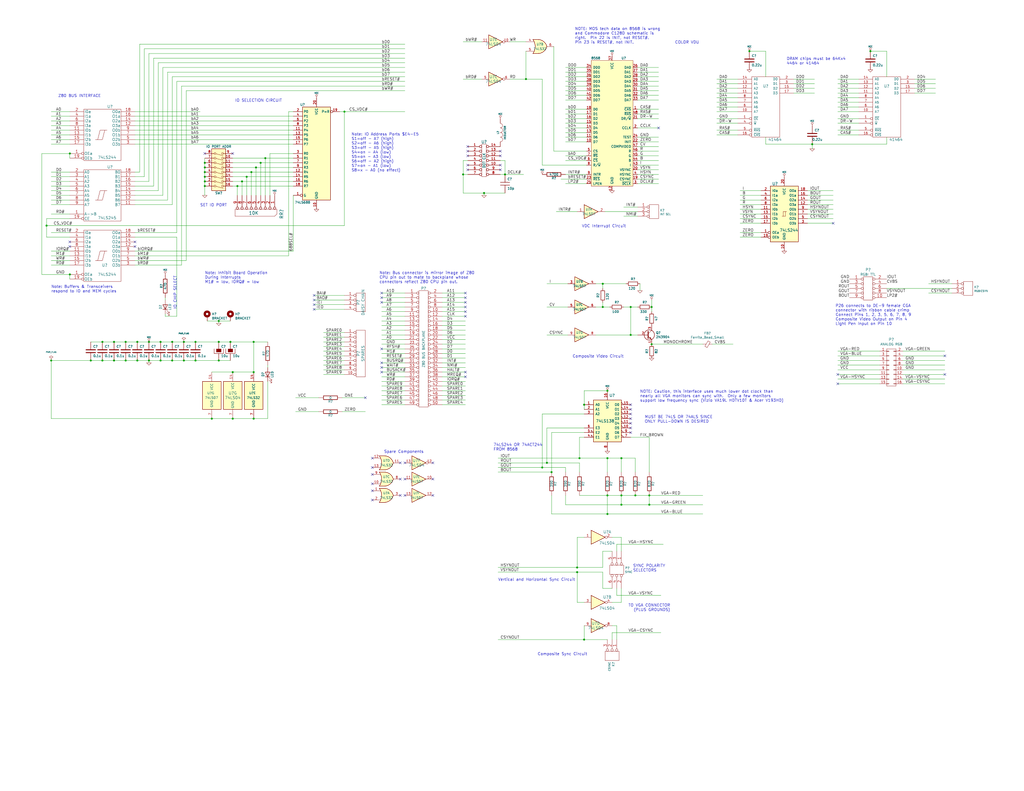
<source format=kicad_sch>
(kicad_sch (version 20211123) (generator eeschema)
  (paper "C")
  (junction (at 62.23 196.85))
  (junction (at 287.02 43.18))
  (junction (at 138.43 203.2))
  (junction (at 142.24 88.9))
  (junction (at 139.7 91.44))
  (junction (at 144.78 86.36))
  (junction (at 100.33 186.69))
  (junction (at 127 228.6))
  (junction (at 138.43 186.69))
  (junction (at 68.58 196.85))
  (junction (at 408.94 27.94))
  (junction (at 354.33 275.59))
  (junction (at 331.47 250.19))
  (junction (at 49.53 196.85))
  (junction (at 111.76 88.9))
  (junction (at 339.09 270.51))
  (junction (at 27.94 196.85))
  (junction (at 316.23 250.19))
  (junction (at 125.73 186.69))
  (junction (at 331.47 280.67))
  (junction (at 38.1 83.82))
  (junction (at 355.6 187.96))
  (junction (at 300.99 257.81))
  (junction (at 87.63 196.85))
  (junction (at 100.33 196.85))
  (junction (at 252.73 95.25))
  (junction (at 68.58 186.69))
  (junction (at 93.98 196.85))
  (junction (at 328.93 154.94))
  (junction (at 443.23 78.74))
  (junction (at 119.38 175.26))
  (junction (at 295.91 255.27))
  (junction (at 106.68 196.85))
  (junction (at 339.09 250.19))
  (junction (at 55.88 196.85))
  (junction (at 339.09 275.59))
  (junction (at 74.93 196.85))
  (junction (at 25.4 123.19))
  (junction (at 264.16 105.41))
  (junction (at 55.88 186.69))
  (junction (at 187.96 60.96))
  (junction (at 81.28 196.85))
  (junction (at 119.38 186.69))
  (junction (at 111.76 91.44))
  (junction (at 74.93 186.69))
  (junction (at 132.08 99.06))
  (junction (at 111.76 96.52))
  (junction (at 328.93 167.64))
  (junction (at 314.96 312.42))
  (junction (at 129.54 101.6))
  (junction (at 355.6 167.64))
  (junction (at 318.77 349.25))
  (junction (at 314.96 309.88))
  (junction (at 298.45 252.73))
  (junction (at 138.43 228.6))
  (junction (at 111.76 101.6))
  (junction (at 474.98 27.94))
  (junction (at 137.16 93.98))
  (junction (at 38.1 149.86))
  (junction (at 115.57 228.6))
  (junction (at 275.59 95.25))
  (junction (at 111.76 99.06))
  (junction (at 93.98 186.69))
  (junction (at 62.23 186.69))
  (junction (at 87.63 186.69))
  (junction (at 331.47 213.36))
  (junction (at 344.17 182.88))
  (junction (at 346.71 270.51))
  (junction (at 119.38 196.85))
  (junction (at 111.76 93.98))
  (junction (at 344.17 167.64))
  (junction (at 127 203.2))
  (junction (at 318.77 220.98))
  (junction (at 106.68 186.69))
  (junction (at 134.62 96.52))
  (junction (at 354.33 270.51))
  (junction (at 81.28 186.69))
  (junction (at 331.47 270.51))
  (no_connect (at 344.17 220.98))
  (no_connect (at 344.17 226.06))
  (no_connect (at 255.27 80.01))
  (no_connect (at 457.2 209.55))
  (no_connect (at 208.28 200.66))
  (no_connect (at 344.17 236.22))
  (no_connect (at 111.76 83.82))
  (no_connect (at 203.2 267.97))
  (no_connect (at 203.2 255.27))
  (no_connect (at 38.1 132.08))
  (no_connect (at 344.17 228.6))
  (no_connect (at 454.66 121.92))
  (no_connect (at 220.98 270.51))
  (no_connect (at 255.27 85.09))
  (no_connect (at 273.05 82.55))
  (no_connect (at 73.66 134.62))
  (no_connect (at 254 162.56))
  (no_connect (at 236.22 261.62))
  (no_connect (at 220.98 261.62))
  (no_connect (at 359.41 69.85))
  (no_connect (at 203.2 250.19))
  (no_connect (at 457.2 204.47))
  (no_connect (at 203.2 273.05))
  (no_connect (at 208.28 165.1))
  (no_connect (at 218.44 252.73))
  (no_connect (at 255.27 90.17))
  (no_connect (at 208.28 160.02))
  (no_connect (at 127 83.82))
  (no_connect (at 203.2 259.08))
  (no_connect (at 273.05 90.17))
  (no_connect (at 38.1 134.62))
  (no_connect (at 208.28 190.5))
  (no_connect (at 254 160.02))
  (no_connect (at 171.45 168.91))
  (no_connect (at 73.66 132.08))
  (no_connect (at 255.27 82.55))
  (no_connect (at 273.05 85.09))
  (no_connect (at 171.45 161.29))
  (no_connect (at 344.17 231.14))
  (no_connect (at 254 170.18))
  (no_connect (at 344.17 223.52))
  (no_connect (at 218.44 270.51))
  (no_connect (at 254 205.74))
  (no_connect (at 199.39 217.17))
  (no_connect (at 236.22 270.51))
  (no_connect (at 515.62 204.47))
  (no_connect (at 254 165.1))
  (no_connect (at 218.44 261.62))
  (no_connect (at 171.45 163.83))
  (no_connect (at 236.22 252.73))
  (no_connect (at 254 203.2))
  (no_connect (at 254 172.72))
  (no_connect (at 254 167.64))
  (no_connect (at 344.17 233.68))
  (no_connect (at 208.28 198.12))
  (no_connect (at 208.28 162.56))
  (no_connect (at 208.28 203.2))
  (no_connect (at 273.05 92.71))
  (no_connect (at 255.27 92.71))
  (no_connect (at 220.98 252.73))
  (no_connect (at 515.62 194.31))
  (no_connect (at 171.45 166.37))
  (no_connect (at 203.2 264.16))
  (wire (pts (xy 318.77 213.36) (xy 318.77 220.98)))
  (wire (pts (xy 55.88 186.69) (xy 62.23 186.69)))
  (wire (pts (xy 176.53 201.93) (xy 187.96 201.93)))
  (wire (pts (xy 402.59 43.18) (xy 391.16 43.18)))
  (wire (pts (xy 93.98 196.85) (xy 100.33 196.85)))
  (wire (pts (xy 76.2 93.98) (xy 73.66 93.98)))
  (wire (pts (xy 468.63 48.26) (xy 457.2 48.26)))
  (wire (pts (xy 440.69 104.14) (xy 454.66 104.14)))
  (wire (pts (xy 27.94 104.14) (xy 38.1 104.14)))
  (wire (pts (xy 440.69 109.22) (xy 454.66 109.22)))
  (wire (pts (xy 328.93 321.31) (xy 334.01 321.31)))
  (wire (pts (xy 127 86.36) (xy 144.78 86.36)))
  (wire (pts (xy 241.3 208.28) (xy 254 208.28)))
  (wire (pts (xy 111.76 88.9) (xy 111.76 91.44)))
  (wire (pts (xy 111.76 101.6) (xy 111.76 106.68)))
  (wire (pts (xy 171.45 163.83) (xy 187.96 163.83)))
  (wire (pts (xy 27.94 93.98) (xy 38.1 93.98)))
  (wire (pts (xy 355.6 187.96) (xy 383.54 187.96)))
  (wire (pts (xy 139.7 106.68) (xy 139.7 91.44)))
  (wire (pts (xy 252.73 87.63) (xy 252.73 95.25)))
  (wire (pts (xy 359.41 49.53) (xy 347.98 49.53)))
  (wire (pts (xy 468.63 73.66) (xy 457.2 73.66)))
  (wire (pts (xy 208.28 203.2) (xy 220.98 203.2)))
  (wire (pts (xy 252.73 22.86) (xy 262.89 22.86)))
  (wire (pts (xy 316.23 252.73) (xy 316.23 257.81)))
  (wire (pts (xy 208.28 193.04) (xy 220.98 193.04)))
  (wire (pts (xy 325.12 167.64) (xy 328.93 167.64)))
  (wire (pts (xy 510.54 43.18) (xy 499.11 43.18)))
  (wire (pts (xy 106.68 196.85) (xy 119.38 196.85)))
  (wire (pts (xy 208.28 185.42) (xy 220.98 185.42)))
  (wire (pts (xy 468.63 50.8) (xy 457.2 50.8)))
  (wire (pts (xy 443.23 78.74) (xy 483.87 78.74)))
  (wire (pts (xy 320.04 69.85) (xy 308.61 69.85)))
  (wire (pts (xy 27.94 196.85) (xy 49.53 196.85)))
  (wire (pts (xy 515.62 196.85) (xy 492.76 196.85)))
  (wire (pts (xy 25.4 129.54) (xy 38.1 129.54)))
  (wire (pts (xy 76.2 24.13) (xy 76.2 93.98)))
  (wire (pts (xy 134.62 96.52) (xy 160.02 96.52)))
  (wire (pts (xy 208.28 210.82) (xy 220.98 210.82)))
  (wire (pts (xy 344.17 182.88) (xy 325.12 182.88)))
  (wire (pts (xy 468.63 60.96) (xy 457.2 60.96)))
  (wire (pts (xy 359.41 74.93) (xy 347.98 74.93)))
  (wire (pts (xy 402.59 60.96) (xy 391.16 60.96)))
  (wire (pts (xy 27.94 78.74) (xy 38.1 78.74)))
  (wire (pts (xy 468.63 45.72) (xy 457.2 45.72)))
  (wire (pts (xy 483.87 74.93) (xy 483.87 78.74)))
  (wire (pts (xy 127 88.9) (xy 142.24 88.9)))
  (wire (pts (xy 340.36 167.64) (xy 344.17 167.64)))
  (wire (pts (xy 339.09 328.93) (xy 334.01 328.93)))
  (wire (pts (xy 25.4 119.38) (xy 25.4 123.19)))
  (wire (pts (xy 300.99 280.67) (xy 300.99 270.51)))
  (wire (pts (xy 27.94 109.22) (xy 38.1 109.22)))
  (wire (pts (xy 309.88 167.64) (xy 298.45 167.64)))
  (wire (pts (xy 22.86 149.86) (xy 22.86 83.82)))
  (wire (pts (xy 27.94 142.24) (xy 38.1 142.24)))
  (wire (pts (xy 27.94 139.7) (xy 38.1 139.7)))
  (wire (pts (xy 111.76 93.98) (xy 111.76 96.52)))
  (wire (pts (xy 349.25 158.75) (xy 349.25 154.94)))
  (wire (pts (xy 331.47 270.51) (xy 339.09 270.51)))
  (wire (pts (xy 208.28 167.64) (xy 220.98 167.64)))
  (wire (pts (xy 73.66 73.66) (xy 160.02 73.66)))
  (wire (pts (xy 346.71 250.19) (xy 339.09 250.19)))
  (wire (pts (xy 515.62 207.01) (xy 492.76 207.01)))
  (wire (pts (xy 139.7 91.44) (xy 160.02 91.44)))
  (wire (pts (xy 96.52 127) (xy 96.52 44.45)))
  (wire (pts (xy 129.54 101.6) (xy 160.02 101.6)))
  (wire (pts (xy 241.3 215.9) (xy 254 215.9)))
  (wire (pts (xy 383.54 280.67) (xy 331.47 280.67)))
  (wire (pts (xy 176.53 196.85) (xy 187.96 196.85)))
  (wire (pts (xy 241.3 182.88) (xy 254 182.88)))
  (wire (pts (xy 468.63 58.42) (xy 457.2 58.42)))
  (wire (pts (xy 415.29 106.68) (xy 403.86 106.68)))
  (wire (pts (xy 314.96 293.37) (xy 314.96 309.88)))
  (wire (pts (xy 73.66 111.76) (xy 93.98 111.76)))
  (wire (pts (xy 208.28 172.72) (xy 220.98 172.72)))
  (wire (pts (xy 444.5 48.26) (xy 433.07 48.26)))
  (wire (pts (xy 328.93 300.99) (xy 328.93 309.88)))
  (wire (pts (xy 339.09 257.81) (xy 339.09 250.19)))
  (wire (pts (xy 27.94 96.52) (xy 38.1 96.52)))
  (wire (pts (xy 113.03 175.26) (xy 119.38 175.26)))
  (wire (pts (xy 241.3 170.18) (xy 254 170.18)))
  (wire (pts (xy 330.2 115.57) (xy 347.98 115.57)))
  (wire (pts (xy 146.05 208.28) (xy 146.05 228.6)))
  (wire (pts (xy 208.28 182.88) (xy 220.98 182.88)))
  (wire (pts (xy 336.55 349.25) (xy 336.55 341.63)))
  (wire (pts (xy 96.52 129.54) (xy 96.52 172.72)))
  (wire (pts (xy 127 96.52) (xy 134.62 96.52)))
  (wire (pts (xy 336.55 325.12) (xy 360.68 325.12)))
  (wire (pts (xy 106.68 186.69) (xy 119.38 186.69)))
  (wire (pts (xy 86.36 104.14) (xy 73.66 104.14)))
  (wire (pts (xy 314.96 312.42) (xy 328.93 312.42)))
  (wire (pts (xy 142.24 106.68) (xy 142.24 88.9)))
  (wire (pts (xy 355.6 167.64) (xy 355.6 170.18)))
  (wire (pts (xy 138.43 186.69) (xy 146.05 186.69)))
  (wire (pts (xy 515.62 209.55) (xy 492.76 209.55)))
  (wire (pts (xy 93.98 41.91) (xy 220.98 41.91)))
  (wire (pts (xy 314.96 328.93) (xy 318.77 328.93)))
  (wire (pts (xy 325.12 154.94) (xy 328.93 154.94)))
  (wire (pts (xy 73.66 144.78) (xy 99.06 144.78)))
  (wire (pts (xy 88.9 106.68) (xy 73.66 106.68)))
  (wire (pts (xy 308.61 270.51) (xy 308.61 275.59)))
  (wire (pts (xy 111.76 96.52) (xy 111.76 99.06)))
  (wire (pts (xy 208.28 215.9) (xy 220.98 215.9)))
  (wire (pts (xy 100.33 186.69) (xy 106.68 186.69)))
  (wire (pts (xy 417.83 78.74) (xy 443.23 78.74)))
  (wire (pts (xy 160.02 106.68) (xy 160.02 137.16)))
  (wire (pts (xy 73.66 66.04) (xy 160.02 66.04)))
  (wire (pts (xy 99.06 144.78) (xy 99.06 46.99)))
  (wire (pts (xy 27.94 144.78) (xy 38.1 144.78)))
  (wire (pts (xy 127 203.2) (xy 138.43 203.2)))
  (wire (pts (xy 146.05 200.66) (xy 146.05 199.39)))
  (wire (pts (xy 27.94 68.58) (xy 38.1 68.58)))
  (wire (pts (xy 402.59 55.88) (xy 391.16 55.88)))
  (wire (pts (xy 27.94 137.16) (xy 38.1 137.16)))
  (wire (pts (xy 187.96 60.96) (xy 220.98 60.96)))
  (wire (pts (xy 157.48 60.96) (xy 160.02 60.96)))
  (wire (pts (xy 320.04 46.99) (xy 308.61 46.99)))
  (wire (pts (xy 271.78 312.42) (xy 314.96 312.42)))
  (wire (pts (xy 302.26 25.4) (xy 302.26 82.55)))
  (wire (pts (xy 208.28 220.98) (xy 220.98 220.98)))
  (wire (pts (xy 480.06 196.85) (xy 457.2 196.85)))
  (wire (pts (xy 314.96 115.57) (xy 303.53 115.57)))
  (wire (pts (xy 27.94 76.2) (xy 38.1 76.2)))
  (wire (pts (xy 91.44 39.37) (xy 220.98 39.37)))
  (wire (pts (xy 241.3 185.42) (xy 254 185.42)))
  (wire (pts (xy 309.88 154.94) (xy 298.45 154.94)))
  (wire (pts (xy 144.78 86.36) (xy 160.02 86.36)))
  (wire (pts (xy 81.28 29.21) (xy 220.98 29.21)))
  (wire (pts (xy 176.53 189.23) (xy 187.96 189.23)))
  (wire (pts (xy 506.73 154.94) (xy 519.43 154.94)))
  (wire (pts (xy 241.3 200.66) (xy 254 200.66)))
  (wire (pts (xy 176.53 194.31) (xy 187.96 194.31)))
  (wire (pts (xy 318.77 238.76) (xy 316.23 238.76)))
  (wire (pts (xy 320.04 82.55) (xy 302.26 82.55)))
  (wire (pts (xy 83.82 31.75) (xy 83.82 101.6)))
  (wire (pts (xy 468.63 53.34) (xy 457.2 53.34)))
  (wire (pts (xy 73.66 63.5) (xy 160.02 63.5)))
  (wire (pts (xy 73.66 68.58) (xy 160.02 68.58)))
  (wire (pts (xy 320.04 77.47) (xy 308.61 77.47)))
  (wire (pts (xy 359.41 39.37) (xy 347.98 39.37)))
  (wire (pts (xy 241.3 195.58) (xy 254 195.58)))
  (wire (pts (xy 171.45 166.37) (xy 187.96 166.37)))
  (wire (pts (xy 176.53 186.69) (xy 187.96 186.69)))
  (wire (pts (xy 208.28 198.12) (xy 220.98 198.12)))
  (wire (pts (xy 176.53 199.39) (xy 187.96 199.39)))
  (wire (pts (xy 73.66 60.96) (xy 109.22 60.96)))
  (wire (pts (xy 99.06 46.99) (xy 220.98 46.99)))
  (wire (pts (xy 241.3 177.8) (xy 254 177.8)))
  (wire (pts (xy 208.28 162.56) (xy 220.98 162.56)))
  (wire (pts (xy 298.45 252.73) (xy 316.23 252.73)))
  (wire (pts (xy 119.38 196.85) (xy 125.73 196.85)))
  (wire (pts (xy 27.94 73.66) (xy 38.1 73.66)))
  (wire (pts (xy 27.94 60.96) (xy 38.1 60.96)))
  (wire (pts (xy 339.09 293.37) (xy 334.01 293.37)))
  (wire (pts (xy 336.55 297.18) (xy 336.55 300.99)))
  (wire (pts (xy 391.16 64.77) (xy 402.59 64.77)))
  (wire (pts (xy 176.53 181.61) (xy 187.96 181.61)))
  (wire (pts (xy 320.04 100.33) (xy 308.61 100.33)))
  (wire (pts (xy 359.41 90.17) (xy 347.98 90.17)))
  (wire (pts (xy 275.59 105.41) (xy 264.16 105.41)))
  (wire (pts (xy 111.76 86.36) (xy 111.76 88.9)))
  (wire (pts (xy 91.44 109.22) (xy 73.66 109.22)))
  (wire (pts (xy 134.62 106.68) (xy 134.62 96.52)))
  (wire (pts (xy 331.47 270.51) (xy 331.47 280.67)))
  (wire (pts (xy 119.38 175.26) (xy 119.38 176.53)))
  (wire (pts (xy 328.93 154.94) (xy 341.63 154.94)))
  (wire (pts (xy 359.41 87.63) (xy 347.98 87.63)))
  (wire (pts (xy 74.93 186.69) (xy 81.28 186.69)))
  (wire (pts (xy 440.69 111.76) (xy 454.66 111.76)))
  (wire (pts (xy 278.13 43.18) (xy 287.02 43.18)))
  (wire (pts (xy 241.3 205.74) (xy 254 205.74)))
  (wire (pts (xy 354.33 270.51) (xy 383.54 270.51)))
  (wire (pts (xy 440.69 116.84) (xy 454.66 116.84)))
  (wire (pts (xy 142.24 88.9) (xy 160.02 88.9)))
  (wire (pts (xy 86.36 34.29) (xy 220.98 34.29)))
  (wire (pts (xy 295.91 226.06) (xy 295.91 255.27)))
  (wire (pts (xy 402.59 73.66) (xy 391.16 73.66)))
  (wire (pts (xy 415.29 116.84) (xy 403.86 116.84)))
  (wire (pts (xy 308.61 255.27) (xy 295.91 255.27)))
  (wire (pts (xy 49.53 196.85) (xy 55.88 196.85)))
  (wire (pts (xy 273.05 87.63) (xy 275.59 87.63)))
  (wire (pts (xy 111.76 91.44) (xy 111.76 93.98)))
  (wire (pts (xy 320.04 62.23) (xy 308.61 62.23)))
  (wire (pts (xy 320.04 85.09) (xy 308.61 85.09)))
  (wire (pts (xy 408.94 27.94) (xy 417.83 27.94)))
  (wire (pts (xy 96.52 44.45) (xy 220.98 44.45)))
  (wire (pts (xy 515.62 201.93) (xy 492.76 201.93)))
  (wire (pts (xy 241.3 165.1) (xy 254 165.1)))
  (wire (pts (xy 93.98 186.69) (xy 100.33 186.69)))
  (wire (pts (xy 298.45 252.73) (xy 298.45 233.68)))
  (wire (pts (xy 147.32 106.68) (xy 147.32 83.82)))
  (wire (pts (xy 90.17 163.83) (xy 90.17 162.56)))
  (wire (pts (xy 252.73 43.18) (xy 262.89 43.18)))
  (wire (pts (xy 444.5 43.18) (xy 433.07 43.18)))
  (wire (pts (xy 73.66 137.16) (xy 160.02 137.16)))
  (wire (pts (xy 519.43 157.48) (xy 483.87 157.48)))
  (wire (pts (xy 309.88 182.88) (xy 298.45 182.88)))
  (wire (pts (xy 510.54 45.72) (xy 499.11 45.72)))
  (wire (pts (xy 300.99 236.22) (xy 318.77 236.22)))
  (wire (pts (xy 137.16 106.68) (xy 137.16 93.98)))
  (wire (pts (xy 298.45 233.68) (xy 318.77 233.68)))
  (wire (pts (xy 88.9 36.83) (xy 220.98 36.83)))
  (wire (pts (xy 320.04 41.91) (xy 308.61 41.91)))
  (wire (pts (xy 334.01 300.99) (xy 328.93 300.99)))
  (wire (pts (xy 328.93 312.42) (xy 328.93 321.31)))
  (wire (pts (xy 241.3 220.98) (xy 254 220.98)))
  (wire (pts (xy 100.33 196.85) (xy 106.68 196.85)))
  (wire (pts (xy 347.98 100.33) (xy 359.41 100.33)))
  (wire (pts (xy 241.3 193.04) (xy 254 193.04)))
  (wire (pts (xy 346.71 270.51) (xy 354.33 270.51)))
  (wire (pts (xy 81.28 196.85) (xy 81.28 198.12)))
  (wire (pts (xy 402.59 58.42) (xy 391.16 58.42)))
  (wire (pts (xy 186.69 224.79) (xy 199.39 224.79)))
  (wire (pts (xy 241.3 187.96) (xy 254 187.96)))
  (wire (pts (xy 331.47 250.19) (xy 316.23 250.19)))
  (wire (pts (xy 271.78 250.19) (xy 316.23 250.19)))
  (wire (pts (xy 331.47 280.67) (xy 300.99 280.67)))
  (wire (pts (xy 480.06 191.77) (xy 457.2 191.77)))
  (wire (pts (xy 336.55 325.12) (xy 336.55 321.31)))
  (wire (pts (xy 468.63 71.12) (xy 457.2 71.12)))
  (wire (pts (xy 96.52 172.72) (xy 90.17 172.72)))
  (wire (pts (xy 27.94 101.6) (xy 38.1 101.6)))
  (wire (pts (xy 331.47 349.25) (xy 318.77 349.25)))
  (wire (pts (xy 468.63 55.88) (xy 457.2 55.88)))
  (wire (pts (xy 415.29 119.38) (xy 403.86 119.38)))
  (wire (pts (xy 339.09 300.99) (xy 339.09 293.37)))
  (wire (pts (xy 73.66 78.74) (xy 160.02 78.74)))
  (wire (pts (xy 241.3 203.2) (xy 254 203.2)))
  (wire (pts (xy 331.47 250.19) (xy 331.47 257.81)))
  (wire (pts (xy 415.29 109.22) (xy 403.86 109.22)))
  (wire (pts (xy 68.58 186.69) (xy 74.93 186.69)))
  (wire (pts (xy 320.04 52.07) (xy 308.61 52.07)))
  (wire (pts (xy 287.02 27.94) (xy 287.02 43.18)))
  (wire (pts (xy 295.91 43.18) (xy 295.91 90.17)))
  (wire (pts (xy 440.69 114.3) (xy 454.66 114.3)))
  (wire (pts (xy 55.88 196.85) (xy 62.23 196.85)))
  (wire (pts (xy 417.83 27.94) (xy 417.83 41.91)))
  (wire (pts (xy 138.43 228.6) (xy 146.05 228.6)))
  (wire (pts (xy 320.04 74.93) (xy 308.61 74.93)))
  (wire (pts (xy 208.28 177.8) (xy 220.98 177.8)))
  (wire (pts (xy 138.43 203.2) (xy 138.43 186.69)))
  (wire (pts (xy 359.41 44.45) (xy 347.98 44.45)))
  (wire (pts (xy 275.59 95.25) (xy 285.75 95.25)))
  (wire (pts (xy 480.06 204.47) (xy 457.2 204.47)))
  (wire (pts (xy 241.3 190.5) (xy 254 190.5)))
  (wire (pts (xy 241.3 180.34) (xy 254 180.34)))
  (wire (pts (xy 468.63 67.31) (xy 457.2 67.31)))
  (wire (pts (xy 241.3 210.82) (xy 254 210.82)))
  (wire (pts (xy 208.28 160.02) (xy 220.98 160.02)))
  (wire (pts (xy 127 91.44) (xy 139.7 91.44)))
  (wire (pts (xy 241.3 198.12) (xy 254 198.12)))
  (wire (pts (xy 308.61 275.59) (xy 339.09 275.59)))
  (wire (pts (xy 339.09 250.19) (xy 331.47 250.19)))
  (wire (pts (xy 74.93 196.85) (xy 81.28 196.85)))
  (wire (pts (xy 22.86 83.82) (xy 38.1 83.82)))
  (wire (pts (xy 271.78 309.88) (xy 314.96 309.88)))
  (wire (pts (xy 334.01 349.25) (xy 334.01 345.44)))
  (wire (pts (xy 83.82 101.6) (xy 73.66 101.6)))
  (wire (pts (xy 73.66 129.54) (xy 96.52 129.54)))
  (wire (pts (xy 144.78 106.68) (xy 144.78 86.36)))
  (wire (pts (xy 316.23 270.51) (xy 331.47 270.51)))
  (wire (pts (xy 346.71 257.81) (xy 346.71 250.19)))
  (wire (pts (xy 93.98 111.76) (xy 93.98 41.91)))
  (wire (pts (xy 271.78 255.27) (xy 295.91 255.27)))
  (wire (pts (xy 49.53 186.69) (xy 55.88 186.69)))
  (wire (pts (xy 91.44 39.37) (xy 91.44 109.22)))
  (wire (pts (xy 132.08 99.06) (xy 160.02 99.06)))
  (wire (pts (xy 480.06 194.31) (xy 457.2 194.31)))
  (wire (pts (xy 87.63 196.85) (xy 93.98 196.85)))
  (wire (pts (xy 81.28 196.85) (xy 87.63 196.85)))
  (wire (pts (xy 457.2 207.01) (xy 480.06 207.01)))
  (wire (pts (xy 241.3 218.44) (xy 254 218.44)))
  (wire (pts (xy 483.87 41.91) (xy 483.87 27.94)))
  (wire (pts (xy 252.73 105.41) (xy 252.73 95.25)))
  (wire (pts (xy 340.36 118.11) (xy 347.98 118.11)))
  (wire (pts (xy 208.28 180.34) (xy 220.98 180.34)))
  (wire (pts (xy 328.93 167.64) (xy 332.74 167.64)))
  (wire (pts (xy 176.53 191.77) (xy 187.96 191.77)))
  (wire (pts (xy 359.41 82.55) (xy 347.98 82.55)))
  (wire (pts (xy 320.04 44.45) (xy 308.61 44.45)))
  (wire (pts (xy 415.29 111.76) (xy 403.86 111.76)))
  (wire (pts (xy 415.29 104.14) (xy 403.86 104.14)))
  (wire (pts (xy 27.94 106.68) (xy 38.1 106.68)))
  (wire (pts (xy 62.23 196.85) (xy 68.58 196.85)))
  (wire (pts (xy 347.98 77.47) (xy 359.41 77.47)))
  (wire (pts (xy 320.04 97.79) (xy 306.07 97.79)))
  (wire (pts (xy 344.17 238.76) (xy 354.33 238.76)))
  (wire (pts (xy 402.59 48.26) (xy 391.16 48.26)))
  (wire (pts (xy 320.04 49.53) (xy 308.61 49.53)))
  (wire (pts (xy 127 99.06) (xy 132.08 99.06)))
  (wire (pts (xy 444.5 50.8) (xy 433.07 50.8)))
  (wire (pts (xy 344.17 167.64) (xy 347.98 167.64)))
  (wire (pts (xy 241.3 175.26) (xy 254 175.26)))
  (wire (pts (xy 208.28 175.26) (xy 220.98 175.26)))
  (wire (pts (xy 318.77 341.63) (xy 318.77 349.25)))
  (wire (pts (xy 400.05 187.96) (xy 388.62 187.96)))
  (wire (pts (xy 402.59 71.12) (xy 391.16 71.12)))
  (wire (pts (xy 334.01 345.44) (xy 360.68 345.44)))
  (wire (pts (xy 25.4 119.38) (xy 38.1 119.38)))
  (wire (pts (xy 354.33 238.76) (xy 354.33 257.81)))
  (wire (pts (xy 115.57 228.6) (xy 127 228.6)))
  (wire (pts (xy 127 101.6) (xy 129.54 101.6)))
  (wire (pts (xy 208.28 170.18) (xy 220.98 170.18)))
  (wire (pts (xy 73.66 139.7) (xy 157.48 139.7)))
  (wire (pts (xy 402.59 50.8) (xy 391.16 50.8)))
  (wire (pts (xy 359.41 92.71) (xy 347.98 92.71)))
  (wire (pts (xy 506.73 160.02) (xy 519.43 160.02)))
  (wire (pts (xy 208.28 165.1) (xy 220.98 165.1)))
  (wire (pts (xy 27.94 228.6) (xy 115.57 228.6)))
  (wire (pts (xy 320.04 87.63) (xy 308.61 87.63)))
  (wire (pts (xy 90.17 172.72) (xy 90.17 171.45)))
  (wire (pts (xy 510.54 50.8) (xy 499.11 50.8)))
  (wire (pts (xy 208.28 213.36) (xy 220.98 213.36)))
  (wire (pts (xy 27.94 196.85) (xy 27.94 228.6)))
  (wire (pts (xy 73.66 71.12) (xy 160.02 71.12)))
  (wire (pts (xy 147.32 83.82) (xy 160.02 83.82)))
  (wire (pts (xy 328.93 165.1) (xy 328.93 167.64)))
  (wire (pts (xy 339.09 270.51) (xy 346.71 270.51)))
  (wire (pts (xy 415.29 127) (xy 403.86 127)))
  (wire (pts (xy 359.41 62.23) (xy 347.98 62.23)))
  (wire (pts (xy 273.05 95.25) (xy 275.59 95.25)))
  (wire (pts (xy 68.58 196.85) (xy 74.93 196.85)))
  (wire (pts (xy 78.74 26.67) (xy 220.98 26.67)))
  (wire (pts (xy 440.69 106.68) (xy 454.66 106.68)))
  (wire (pts (xy 115.57 203.2) (xy 127 203.2)))
  (wire (pts (xy 264.16 105.41) (xy 264.16 106.68)))
  (wire (pts (xy 318.77 213.36) (xy 331.47 213.36)))
  (wire (pts (xy 515.62 199.39) (xy 492.76 199.39)))
  (wire (pts (xy 73.66 127) (xy 96.52 127)))
  (wire (pts (xy 359.41 85.09) (xy 347.98 85.09)))
  (wire (pts (xy 129.54 106.68) (xy 129.54 101.6)))
  (wire (pts (xy 359.41 52.07) (xy 347.98 52.07)))
  (wire (pts (xy 336.55 297.18) (xy 361.95 297.18)))
  (wire (pts (xy 314.96 309.88) (xy 328.93 309.88)))
  (wire (pts (xy 208.28 187.96) (xy 220.98 187.96)))
  (wire (pts (xy 208.28 208.28) (xy 220.98 208.28)))
  (wire (pts (xy 241.3 172.72) (xy 254 172.72)))
  (wire (pts (xy 300.99 236.22) (xy 300.99 257.81)))
  (wire (pts (xy 241.3 160.02) (xy 254 160.02)))
  (wire (pts (xy 73.66 142.24) (xy 101.6 142.24)))
  (wire (pts (xy 86.36 34.29) (xy 86.36 104.14)))
  (wire (pts (xy 101.6 142.24) (xy 101.6 49.53)))
  (wire (pts (xy 241.3 162.56) (xy 254 162.56)))
  (wire (pts (xy 440.69 121.92) (xy 454.66 121.92)))
  (wire (pts (xy 359.41 69.85) (xy 347.98 69.85)))
  (wire (pts (xy 171.45 161.29) (xy 187.96 161.29)))
  (wire (pts (xy 336.55 341.63) (xy 334.01 341.63)))
  (wire (pts (xy 515.62 191.77) (xy 492.76 191.77)))
  (wire (pts (xy 515.62 194.31) (xy 492.76 194.31)))
  (wire (pts (xy 295.91 43.18) (xy 287.02 43.18)))
  (wire (pts (xy 354.33 275.59) (xy 383.54 275.59)))
  (wire (pts (xy 359.41 97.79) (xy 347.98 97.79)))
  (wire (pts (xy 402.59 45.72) (xy 391.16 45.72)))
  (wire (pts (xy 320.04 59.69) (xy 308.61 59.69)))
  (wire (pts (xy 320.04 95.25) (xy 308.61 95.25)))
  (wire (pts (xy 27.94 111.76) (xy 38.1 111.76)))
  (wire (pts (xy 339.09 321.31) (xy 339.09 328.93)))
  (wire (pts (xy 208.28 218.44) (xy 220.98 218.44)))
  (wire (pts (xy 314.96 328.93) (xy 314.96 312.42)))
  (wire (pts (xy 359.41 80.01) (xy 347.98 80.01)))
  (wire (pts (xy 440.69 119.38) (xy 454.66 119.38)))
  (wire (pts (xy 359.41 54.61) (xy 347.98 54.61)))
  (wire (pts (xy 81.28 186.69) (xy 87.63 186.69)))
  (wire (pts (xy 359.41 64.77) (xy 347.98 64.77)))
  (wire (pts (xy 241.3 167.64) (xy 254 167.64)))
  (wire (pts (xy 318.77 220.98) (xy 318.77 223.52)))
  (wire (pts (xy 81.28 29.21) (xy 81.28 99.06)))
  (wire (pts (xy 161.29 224.79) (xy 173.99 224.79)))
  (wire (pts (xy 127 228.6) (xy 138.43 228.6)))
  (wire (pts (xy 354.33 270.51) (xy 354.33 275.59)))
  (wire (pts (xy 483.87 27.94) (xy 474.98 27.94)))
  (wire (pts (xy 76.2 24.13) (xy 220.98 24.13)))
  (wire (pts (xy 278.13 22.86) (xy 287.02 22.86)))
  (wire (pts (xy 87.63 186.69) (xy 93.98 186.69)))
  (wire (pts (xy 320.04 67.31) (xy 308.61 67.31)))
  (wire (pts (xy 328.93 157.48) (xy 328.93 154.94)))
  (wire (pts (xy 81.28 99.06) (xy 73.66 99.06)))
  (wire (pts (xy 402.59 67.31) (xy 391.16 67.31)))
  (wire (pts (xy 83.82 31.75) (xy 220.98 31.75)))
  (wire (pts (xy 415.29 121.92) (xy 403.86 121.92)))
  (wire (pts (xy 344.17 167.64) (xy 344.17 182.88)))
  (wire (pts (xy 78.74 96.52) (xy 73.66 96.52)))
  (wire (pts (xy 314.96 293.37) (xy 318.77 293.37)))
  (wire (pts (xy 137.16 93.98) (xy 160.02 93.98)))
  (wire (pts (xy 359.41 46.99) (xy 347.98 46.99)))
  (wire (pts (xy 415.29 114.3) (xy 403.86 114.3)))
  (wire (pts (xy 415.29 129.54) (xy 403.86 129.54)))
  (wire (pts (xy 186.69 217.17) (xy 199.39 217.17)))
  (wire (pts (xy 271.78 257.81) (xy 300.99 257.81)))
  (wire (pts (xy 27.94 116.84) (xy 38.1 116.84)))
  (wire (pts (xy 208.28 200.66) (xy 220.98 200.66)))
  (wire (pts (xy 157.48 139.7) (xy 157.48 60.96)))
  (wire (pts (xy 132.08 106.68) (xy 132.08 99.06)))
  (wire (pts (xy 22.86 149.86) (xy 38.1 149.86)))
  (wire (pts (xy 320.04 54.61) (xy 308.61 54.61)))
  (wire (pts (xy 515.62 204.47) (xy 492.76 204.47)))
  (wire (pts (xy 185.42 60.96) (xy 187.96 60.96)))
  (wire (pts (xy 339.09 270.51) (xy 339.09 275.59)))
  (wire (pts (xy 355.6 163.83) (xy 355.6 167.64)))
  (wire (pts (xy 62.23 186.69) (xy 68.58 186.69)))
  (wire (pts (xy 320.04 72.39) (xy 308.61 72.39)))
  (wire (pts (xy 320.04 90.17) (xy 295.91 90.17)))
  (wire (pts (xy 417.83 78.74) (xy 417.83 74.93)))
  (wire (pts (xy 308.61 257.81) (xy 308.61 255.27)))
  (wire (pts (xy 125.73 186.69) (xy 138.43 186.69)))
  (wire (pts (xy 171.45 168.91) (xy 187.96 168.91)))
  (wire (pts (xy 480.06 201.93) (xy 457.2 201.93)))
  (wire (pts (xy 443.23 78.74) (xy 443.23 81.28)))
  (wire (pts (xy 339.09 275.59) (xy 354.33 275.59)))
  (wire (pts (xy 402.59 53.34) (xy 391.16 53.34)))
  (wire (pts (xy 27.94 71.12) (xy 38.1 71.12)))
  (wire (pts (xy 510.54 48.26) (xy 499.11 48.26)))
  (wire (pts (xy 359.41 59.69) (xy 347.98 59.69)))
  (wire (pts (xy 119.38 175.26) (xy 125.73 175.26)))
  (wire (pts (xy 88.9 36.83) (xy 88.9 106.68)))
  (wire (pts (xy 271.78 252.73) (xy 298.45 252.73)))
  (wire (pts (xy 127 93.98) (xy 137.16 93.98)))
  (wire (pts (xy 208.28 190.5) (xy 220.98 190.5)))
  (wire (pts (xy 78.74 26.67) (xy 78.74 96.52)))
  (wire (pts (xy 119.38 186.69) (xy 125.73 186.69)))
  (wire (pts (xy 27.94 127) (xy 38.1 127)))
  (wire (pts (xy 241.3 213.36) (xy 254 213.36)))
  (wire (pts (xy 38.1 86.36) (xy 38.1 83.82)))
  (wire (pts (xy 480.06 199.39) (xy 457.2 199.39)))
  (wire (pts (xy 359.41 95.25) (xy 347.98 95.25)))
  (wire (pts (xy 161.29 217.17) (xy 173.99 217.17)))
  (wire (pts (xy 359.41 41.91) (xy 347.98 41.91)))
  (wire (pts (xy 320.04 39.37) (xy 308.61 39.37)))
  (wire (pts (xy 359.41 36.83) (xy 347.98 36.83)))
  (wire (pts (xy 344.17 182.88) (xy 347.98 182.88)))
  (wire (pts (xy 208.28 195.58) (xy 220.98 195.58)))
  (wire (pts (xy 252.73 95.25) (xy 255.27 95.25)))
  (wire (pts (xy 27.94 63.5) (xy 38.1 63.5)))
  (wire (pts (xy 457.2 64.77) (xy 468.63 64.77)))
  (wire (pts (xy 264.16 105.41) (xy 252.73 105.41)))
  (wire (pts (xy 444.5 45.72) (xy 433.07 45.72)))
  (wire (pts (xy 187.96 123.19) (xy 187.96 60.96)))
  (wire (pts (xy 275.59 87.63) (xy 275.59 95.25)))
  (wire (pts (xy 255.27 87.63) (xy 252.73 87.63)))
  (wire (pts (xy 347.98 113.03) (xy 340.36 113.03)))
  (wire (pts (xy 111.76 99.06) (xy 111.76 101.6)))
  (wire (pts (xy 320.04 36.83) (xy 308.61 36.83)))
  (wire (pts (xy 27.94 66.04) (xy 38.1 66.04)))
  (wire (pts (xy 295.91 226.06) (xy 318.77 226.06)))
  (wire (pts (xy 25.4 123.19) (xy 187.96 123.19)))
  (wire (pts (xy 208.28 205.74) (xy 220.98 205.74)))
  (wire (pts (xy 101.6 49.53) (xy 220.98 49.53)))
  (wire (pts (xy 316.23 250.19) (xy 316.23 238.76)))
  (wire (pts (xy 176.53 204.47) (xy 187.96 204.47)))
  (wire (pts (xy 468.63 43.18) (xy 457.2 43.18)))
  (wire (pts (xy 38.1 149.86) (xy 38.1 152.4)))
  (wire (pts (xy 27.94 99.06) (xy 38.1 99.06)))
  (wire (pts (xy 318.77 349.25) (xy 271.78 349.25)))
  (wire (pts (xy 320.04 64.77) (xy 308.61 64.77)))
  (wire (pts (xy 25.4 123.19) (xy 25.4 129.54)))
  (wire (pts (xy 73.66 76.2) (xy 160.02 76.2)))
  (wire (pts (xy 176.53 184.15) (xy 187.96 184.15)))
  (wire (pts (xy 480.06 209.55) (xy 457.2 209.55)))
  (text "IO CHIP SELECT" (at 96.52 168.91 90) (effects (font (size 1.524 1.524)) (justify left bottom)))
  (text "VDC Interrupt Circuit" (at 317.5 124.46 0) (effects (font (size 1.524 1.524)) (justify left bottom)))
  (text "Composite Sync Circuit" (at 293.37 358.14 0) (effects (font (size 1.524 1.524)) (justify left bottom)))
  (text "Vertical and Horizontal Sync Circuit" (at 271.78 317.5 0) (effects (font (size 1.524 1.524)) (justify left bottom)))
  (text "74LS244 OR 74ACT244\nFROM 8568" (at 269.24 246.38 0) (effects (font (size 1.524 1.524)) (justify left bottom)))
  (text "Note: Bus connector is mirror image of Z80\nCPU pin out to mate to backplane whose\nconnectors reflect Z80 CPU pin out." (at 207.01 154.94 0) (effects (font (size 1.524 1.524)) (justify left bottom)))
  (text "NOTE: Caution, this interface uses much lower dot clock than \nnearly all VGA monitors can sync with.  Only a few monitors\nsupport low frequency sync (Vizio VA19L HDTV10T & Acer V193HD)" (at 349.25 219.71 0) (effects (font (size 1.524 1.524)) (justify left bottom)))
  (text "SYNC POLARITY\nSELECTORS" (at 345.44 312.42 0) (effects (font (size 1.524 1.524)) (justify left bottom)))
  (text "Note: Inhibit Board Operation\nDuring Interrupts\nM1# = low, IORQ# = low" (at 111.76 154.94 0) (effects (font (size 1.524 1.524)) (justify left bottom)))
  (text "SET IO PORT" (at 109.22 113.03 0) (effects (font (size 1.524 1.524)) (justify left bottom)))
  (text "Composite Video Circuit" (at 312.42 195.58 0) (effects (font (size 1.524 1.524)) (justify left bottom)))
  (text "COLOR VDU" (at 368.3 24.13 0) (effects (font (size 1.524 1.524)) (justify left bottom)))
  (text "Z80 BUS INTERFACE" (at 31.75 53.34 0) (effects (font (size 1.524 1.524)) (justify left bottom)))
  (text "IO SELECTION CIRCUIT" (at 128.27 55.88 0) (effects (font (size 1.524 1.524)) (justify left bottom)))
  (text "Note: IO Address Ports $E4-E5\nS1=off - A7 (high)\nS2=off - A6 (high)\nS3=off - A5 (high)\nS4=on - A4 (low)\nS5=on - A3 (low)\nS6=off - A2 (high)\nS7=on - A1 (low)\nS8=x - A0 (no effect)" (at 191.77 93.98 0) (effects (font (size 1.524 1.524)) (justify left bottom)))
  (text "Spare Components" (at 209.55 247.65 0) (effects (font (size 1.524 1.524)) (justify left bottom)))
  (text "DRAM chips must be 64Kx4\n4464 or 41464" (at 429.26 35.56 0) (effects (font (size 1.524 1.524)) (justify left bottom)))
  (text "TO VGA CONNECTOR\n(PLUS GROUNDS)" (at 365.76 334.01 180) (effects (font (size 1.524 1.524)) (justify right bottom)))
  (text "P26 connects to DE-9 female CGA\nconnector with ribbon cable crimp\nConnect Pins 1, 2, 3, 5, 6, 7, 8, 9 \nComposite Video Output on Pin 4\nLight Pen Input on Pin 10" (at 455.93 177.8 0) (effects (font (size 1.524 1.524)) (justify left bottom)))
  (text "Note: Buffers & Transceivers\nrespond to IO and MEM cycles" (at 27.94 160.02 0) (effects (font (size 1.524 1.524)) (justify left bottom)))
  (text "MUST BE 74LS OR 74ALS SINCE\nONLY PULL-DOWN IS DESIRED" (at 351.79 231.14 0) (effects (font (size 1.524 1.524)) (justify left bottom)))
  (text "NOTE: MOS tech data on 8568 is wrong\nand Commodore C128D schematic is\nright.  Pin 22 is INIT, not RESET#.  \nPin 23 is RESET#, not INIT." (at 313.69 24.13 0) (effects (font (size 1.524 1.524)) (justify left bottom)))
  (label "bD6" (at 309.88 74.93 0) (effects (font (size 1.524 1.524))))
  (label "DA4" (at 458.47 53.34 0) (effects (font (size 1.524 1.524))))
  (label "D1" (at 243.84 195.58 0) (effects (font (size 1.524 1.524))))
  (label "bRD#" (at 254 43.18 0) (effects (font (size 1.524 1.524))))
  (label "R" (at 405.13 111.76 0) (effects (font (size 1.524 1.524))))
  (label "WR" (at 278.13 22.86 0) (effects (font (size 1.524 1.524))))
  (label "SPARE2" (at 243.84 215.9 0) (effects (font (size 1.524 1.524))))
  (label "D7" (at 243.84 190.5 0) (effects (font (size 1.524 1.524))))
  (label "bRESET#" (at 309.88 97.79 0) (effects (font (size 1.524 1.524))))
  (label "A12" (at 243.84 162.56 0) (effects (font (size 1.524 1.524))))
  (label "BOUT" (at 441.96 106.68 0) (effects (font (size 1.524 1.524))))
  (label "CAS#" (at 349.25 59.69 0) (effects (font (size 1.524 1.524))))
  (label "RD#" (at 30.48 144.78 0) (effects (font (size 1.524 1.524))))
  (label "DD2" (at 434.34 48.26 0) (effects (font (size 1.524 1.524))))
  (label "DD1" (at 434.34 45.72 0) (effects (font (size 1.524 1.524))))
  (label "CV" (at 349.25 80.01 0) (effects (font (size 1.524 1.524))))
  (label "CCLK" (at 349.25 69.85 0) (effects (font (size 1.524 1.524))))
  (label "A4" (at 210.82 175.26 0) (effects (font (size 1.524 1.524))))
  (label "MREQ#" (at 243.84 205.74 0) (effects (font (size 1.524 1.524))))
  (label "DD1" (at 309.88 39.37 0) (effects (font (size 1.524 1.524))))
  (label "D5" (at 243.84 180.34 0) (effects (font (size 1.524 1.524))))
  (label "bRESET#" (at 74.93 127 0) (effects (font (size 1.524 1.524))))
  (label "I" (at 299.72 154.94 0) (effects (font (size 1.524 1.524))))
  (label "RD#" (at 30.48 116.84 0) (effects (font (size 1.524 1.524))))
  (label "bD4" (at 309.88 69.85 0) (effects (font (size 1.524 1.524))))
  (label "CSYNC" (at 405.13 119.38 0) (effects (font (size 1.524 1.524))))
  (label "FIX_BROWN" (at 349.25 238.76 0) (effects (font (size 1.524 1.524))))
  (label "D2" (at 30.48 99.06 0) (effects (font (size 1.524 1.524))))
  (label "GND" (at 349.25 74.93 0) (effects (font (size 1.524 1.524))))
  (label "ZERO" (at 405.13 129.54 0) (effects (font (size 1.524 1.524))))
  (label "DCLK#" (at 276.86 95.25 0) (effects (font (size 1.524 1.524))))
  (label "G" (at 349.25 85.09 0) (effects (font (size 1.524 1.524))))
  (label "GND" (at 30.48 149.86 0) (effects (font (size 1.524 1.524))))
  (label "bA4" (at 104.14 71.12 0) (effects (font (size 1.524 1.524))))
  (label "SPARE6" (at 210.82 218.44 0) (effects (font (size 1.524 1.524))))
  (label "DA5" (at 458.47 55.88 0) (effects (font (size 1.524 1.524))))
  (label "GOUT" (at 273.05 255.27 0) (effects (font (size 1.524 1.524))))
  (label "bD2" (at 309.88 64.77 0) (effects (font (size 1.524 1.524))))
  (label "SPARE6" (at 177.8 196.85 0) (effects (font (size 1.524 1.524))))
  (label "NMI#" (at 341.63 118.11 0) (effects (font (size 1.524 1.524))))
  (label "bWR#" (at 208.28 49.53 0) (effects (font (size 1.524 1.524))))
  (label "GND" (at 463.55 152.4 180) (effects (font (size 1.524 1.524))))
  (label "VGA-BLUE" (at 360.68 280.67 0) (effects (font (size 1.524 1.524))))
  (label "bIORQ#" (at 74.93 137.16 0) (effects (font (size 1.524 1.524))))
  (label "CS_VDC#" (at 29.21 123.19 0) (effects (font (size 1.524 1.524))))
  (label "WR#" (at 210.82 205.74 0) (effects (font (size 1.524 1.524))))
  (label "DA0" (at 392.43 43.18 0) (effects (font (size 1.524 1.524))))
  (label "A2" (at 210.82 180.34 0) (effects (font (size 1.524 1.524))))
  (label "D4" (at 30.48 104.14 0) (effects (font (size 1.524 1.524))))
  (label "VGA-GREEN" (at 494.03 191.77 0) (effects (font (size 1.524 1.524))))
  (label "A14" (at 243.84 167.64 0) (effects (font (size 1.524 1.524))))
  (label "VSYN" (at 349.25 92.71 0) (effects (font (size 1.524 1.524))))
  (label "SPARE4" (at 243.84 220.98 0) (effects (font (size 1.524 1.524))))
  (label "GOUT" (at 441.96 109.22 0) (effects (font (size 1.524 1.524))))
  (label "CSYNC" (at 299.72 182.88 0) (effects (font (size 1.524 1.524))))
  (label "BOUT" (at 273.05 257.81 0) (effects (font (size 1.524 1.524))))
  (label "A3" (at 210.82 177.8 0) (effects (font (size 1.524 1.524))))
  (label "bD7" (at 208.28 41.91 0) (effects (font (size 1.524 1.524))))
  (label "A8" (at 210.82 165.1 0) (effects (font (size 1.524 1.524))))
  (label "CS_VDC#" (at 309.88 87.63 0) (effects (font (size 1.524 1.524))))
  (label "bA5" (at 104.14 73.66 0) (effects (font (size 1.524 1.524))))
  (label "DA2" (at 458.47 48.26 0) (effects (font (size 1.524 1.524))))
  (label "GND" (at 494.03 196.85 0) (effects (font (size 1.524 1.524))))
  (label "D2" (at 243.84 187.96 0) (effects (font (size 1.524 1.524))))
  (label "DA6" (at 458.47 58.42 0) (effects (font (size 1.524 1.524))))
  (label "bA0" (at 104.14 60.96 0) (effects (font (size 1.524 1.524))))
  (label "A7" (at 30.48 78.74 0) (effects (font (size 1.524 1.524))))
  (label "B" (at 405.13 106.68 0) (effects (font (size 1.524 1.524))))
  (label "D3" (at 243.84 177.8 0) (effects (font (size 1.524 1.524))))
  (label "bD6" (at 208.28 39.37 0) (effects (font (size 1.524 1.524))))
  (label "CVBS" (at 389.89 187.96 0) (effects (font (size 1.524 1.524))))
  (label "SPARE7" (at 210.82 215.9 0) (effects (font (size 1.524 1.524))))
  (label "GND" (at 463.55 154.94 180) (effects (font (size 1.524 1.524))))
  (label "SPARE3" (at 177.8 189.23 0) (effects (font (size 1.524 1.524))))
  (label "D4" (at 243.84 175.26 0) (effects (font (size 1.524 1.524))))
  (label "A1" (at 210.82 182.88 0) (effects (font (size 1.524 1.524))))
  (label "bA0" (at 309.88 85.09 0) (effects (font (size 1.524 1.524))))
  (label "IOUT" (at 483.87 152.4 0) (effects (font (size 1.524 1.524))))
  (label "CLK" (at 243.84 172.72 0) (effects (font (size 1.524 1.524))))
  (label "CSYNOUT" (at 273.05 349.25 0) (effects (font (size 1.524 1.524))))
  (label "ZERO" (at 405.13 121.92 0) (effects (font (size 1.524 1.524))))
  (label "DR-W" (at 458.47 67.31 0) (effects (font (size 1.524 1.524))))
  (label "bD1" (at 309.88 62.23 0) (effects (font (size 1.524 1.524))))
  (label "A15" (at 243.84 170.18 0) (effects (font (size 1.524 1.524))))
  (label "ZERO" (at 349.25 77.47 0) (effects (font (size 1.524 1.524))))
  (label "VGA-CSYNC" (at 494.03 209.55 0) (effects (font (size 1.524 1.524))))
  (label "DD7" (at 500.38 50.8 0) (effects (font (size 1.524 1.524))))
  (label "SPARE5" (at 210.82 220.98 0) (effects (font (size 1.524 1.524))))
  (label "I" (at 349.25 90.17 0) (effects (font (size 1.524 1.524))))
  (label "IORQ#" (at 30.48 137.16 0) (effects (font (size 1.524 1.524))))
  (label "DA5" (at 349.25 49.53 0) (effects (font (size 1.524 1.524))))
  (label "DD0" (at 434.34 43.18 0) (effects (font (size 1.524 1.524))))
  (label "INTR#" (at 304.8 115.57 0) (effects (font (size 1.524 1.524))))
  (label "LP2#" (at 483.87 162.56 0) (effects (font (size 1.524 1.524))))
  (label "SPARE0" (at 243.84 210.82 0) (effects (font (size 1.524 1.524))))
  (label "DR-W" (at 349.25 64.77 0) (effects (font (size 1.524 1.524))))
  (label "R" (at 349.25 82.55 0) (effects (font (size 1.524 1.524))))
  (label "A1" (at 30.48 63.5 0) (effects (font (size 1.524 1.524))))
  (label "IORQ#" (at 243.84 208.28 0) (effects (font (size 1.524 1.524))))
  (label "ROUT" (at 463.55 157.48 180) (effects (font (size 1.524 1.524))))
  (label "bD3" (at 309.88 67.31 0) (effects (font (size 1.524 1.524))))
  (label "BUSACK#" (at 210.82 203.2 0) (effects (font (size 1.524 1.524))))
  (label "CAS#" (at 458.47 73.66 0) (effects (font (size 1.524 1.524))))
  (label "bD0" (at 208.28 24.13 0) (effects (font (size 1.524 1.524))))
  (label "DD4" (at 500.38 43.18 0) (effects (font (size 1.524 1.524))))
  (label "SPARE3" (at 243.84 218.44 0) (effects (font (size 1.524 1.524))))
  (label "DA6" (at 392.43 58.42 0) (effects (font (size 1.524 1.524))))
  (label "bD2" (at 208.28 29.21 0) (effects (font (size 1.524 1.524))))
  (label "IEO" (at 172.72 168.91 0) (effects (font (size 1.524 1.524))))
  (label "CSYNOUT" (at 441.96 119.38 0) (effects (font (size 1.524 1.524))))
  (label "DR-W" (at 392.43 67.31 0) (effects (font (size 1.524 1.524))))
  (label "DA0" (at 349.25 36.83 0) (effects (font (size 1.524 1.524))))
  (label "ZERO" (at 405.13 127 0) (effects (font (size 1.524 1.524))))
  (label "bA1" (at 104.14 63.5 0) (effects (font (size 1.524 1.524))))
  (label "VCC" (at 243.84 185.42 0) (effects (font (size 1.524 1.524))))
  (label "SPARE9" (at 177.8 204.47 0) (effects (font (size 1.524 1.524))))
  (label "bRD#" (at 208.28 46.99 0) (effects (font (size 1.524 1.524))))
  (label "MONOCHROME" (at 361.95 187.96 0) (effects (font (size 1.524 1.524))))
  (label "GND" (at 458.47 64.77 0) (effects (font (size 1.524 1.524))))
  (label "D6" (at 30.48 109.22 0) (effects (font (size 1.524 1.524))))
  (label "bM1#" (at 74.93 139.7 0) (effects (font (size 1.524 1.524))))
  (label "A3" (at 30.48 68.58 0) (effects (font (size 1.524 1.524))))
  (label "VGA-BLUE" (at 458.47 194.31 0) (effects (font (size 1.524 1.524))))
  (label "HALT#" (at 243.84 203.2 0) (effects (font (size 1.524 1.524))))
  (label "D0" (at 30.48 93.98 0) (effects (font (size 1.524 1.524))))
  (label "bWR#" (at 74.93 142.24 0) (effects (font (size 1.524 1.524))))
  (label "VGA-CSYNC" (at 342.9 345.44 0) (effects (font (size 1.524 1.524))))
  (label "SPARE1" (at 243.84 213.36 0) (effects (font (size 1.524 1.524))))
  (label "bD7" (at 309.88 77.47 0) (effects (font (size 1.524 1.524))))
  (label "DA5" (at 392.43 55.88 0) (effects (font (size 1.524 1.524))))
  (label "688SEL#" (at 160.02 137.16 90) (effects (font (size 1.524 1.524))))
  (label "A4" (at 30.48 71.12 0) (effects (font (size 1.524 1.524))))
  (label "SPARE0" (at 177.8 181.61 0) (effects (font (size 1.524 1.524))))
  (label "RFSH#" (at 210.82 190.5 0) (effects (font (size 1.524 1.524))))
  (label "CSYNC" (at 349.25 97.79 0) (effects (font (size 1.524 1.524))))
  (label "VGA-VSYNC" (at 342.9 325.12 0) (effects (font (size 1.524 1.524))))
  (label "HSYN" (at 349.25 95.25 0) (effects (font (size 1.524 1.524))))
  (label "DA3" (at 349.25 44.45 0) (effects (font (size 1.524 1.524))))
  (label "GND" (at 494.03 199.39 0) (effects (font (size 1.524 1.524))))
  (label "DA7" (at 349.25 54.61 0) (effects (font (size 1.524 1.524))))
  (label "SPARE8" (at 177.8 201.93 0) (effects (font (size 1.524 1.524))))
  (label "HSYNOUT" (at 508 154.94 0) (effects (font (size 1.524 1.524))))
  (label "CAS#" (at 392.43 73.66 0) (effects (font (size 1.524 1.524))))
  (label "DA4" (at 349.25 46.99 0) (effects (font (size 1.524 1.524))))
  (label "GND" (at 458.47 196.85 0) (effects (font (size 1.524 1.524))))
  (label "I" (at 405.13 104.14 0) (effects (font (size 1.524 1.524))))
  (label "DD7" (at 309.88 54.61 0) (effects (font (size 1.524 1.524))))
  (label "DA4" (at 392.43 53.34 0) (effects (font (size 1.524 1.524))))
  (label "bD4" (at 208.28 34.29 0) (effects (font (size 1.524 1.524))))
  (label "BUSRQ#" (at 210.82 198.12 0) (effects (font (size 1.524 1.524))))
  (label "DA3" (at 458.47 50.8 0) (effects (font (size 1.524 1.524))))
  (label "DA7" (at 392.43 60.96 0) (effects (font (size 1.524 1.524))))
  (label "A2" (at 30.48 66.04 0) (effects (font (size 1.524 1.524))))
  (label "WR#" (at 30.48 142.24 0) (effects (font (size 1.524 1.524))))
  (label "RD" (at 278.13 43.18 0) (effects (font (size 1.524 1.524))))
  (label "VSYNOUT" (at 273.05 312.42 0) (effects (font (size 1.524 1.524))))
  (label "VGA-VSYNC" (at 494.03 207.01 0) (effects (font (size 1.524 1.524))))
  (label "RD#" (at 210.82 208.28 0) (effects (font (size 1.524 1.524))))
  (label "A5" (at 210.82 172.72 0) (effects (font (size 1.524 1.524))))
  (label "SPARE1" (at 177.8 184.15 0) (effects (font (size 1.524 1.524))))
  (label "VSYNOUT" (at 483.87 160.02 0) (effects (font (size 1.524 1.524))))
  (label "A10" (at 210.82 160.02 0) (effects (font (size 1.524 1.524))))
  (label "DD6" (at 500.38 48.26 0) (effects (font (size 1.524 1.524))))
  (label "bD5" (at 208.28 36.83 0) (effects (font (size 1.524 1.524))))
  (label "GND" (at 210.82 187.96 0) (effects (font (size 1.524 1.524))))
  (label "DA1" (at 458.47 45.72 0) (effects (font (size 1.524 1.524))))
  (label "IOUT" (at 273.05 250.19 0) (effects (font (size 1.524 1.524))))
  (label "DA1" (at 349.25 39.37 0) (effects (font (size 1.524 1.524))))
  (label "GOUT" (at 463.55 160.02 180) (effects (font (size 1.524 1.524))))
  (label "ROUT" (at 273.05 252.73 0) (effects (font (size 1.524 1.524))))
  (label "A13" (at 243.84 165.1 0) (effects (font (size 1.524 1.524))))
  (label "D7" (at 30.48 111.76 0) (effects (font (size 1.524 1.524))))
  (label "VSYNOUT" (at 441.96 116.84 0) (effects (font (size 1.524 1.524))))
  (label "A9" (at 210.82 162.56 0) (effects (font (size 1.524 1.524))))
  (label "VGA-GREEN" (at 360.68 275.59 0) (effects (font (size 1.524 1.524))))
  (label "INT#" (at 341.63 113.03 0) (effects (font (size 1.524 1.524))))
  (label "DA6" (at 349.25 52.07 0) (effects (font (size 1.524 1.524))))
  (label "SPARE4" (at 177.8 191.77 0) (effects (font (size 1.524 1.524))))
  (label "SPARE7" (at 177.8 199.39 0) (effects (font (size 1.524 1.524))))
  (label "bA7" (at 104.14 78.74 0) (effects (font (size 1.524 1.524))))
  (label "DD4" (at 309.88 46.99 0) (effects (font (size 1.524 1.524))))
  (label "DCLK#" (at 349.25 100.33 0) (effects (font (size 1.524 1.524))))
  (label "A6" (at 30.48 76.2 0) (effects (font (size 1.524 1.524))))
  (label "VCC" (at 162.56 217.17 0) (effects (font (size 1.524 1.524))))
  (label "ONE" (at 187.96 217.17 0) (effects (font (size 1.524 1.524))))
  (label "DD3" (at 434.34 50.8 0) (effects (font (size 1.524 1.524))))
  (label "A0" (at 210.82 185.42 0) (effects (font (size 1.524 1.524))))
  (label "IEI" (at 172.72 166.37 0) (effects (font (size 1.524 1.524))))
  (label "SPARE2" (at 177.8 186.69 0) (effects (font (size 1.524 1.524))))
  (label "A7" (at 210.82 167.64 0) (effects (font (size 1.524 1.524))))
  (label "D0" (at 243.84 193.04 0) (effects (font (size 1.524 1.524))))
  (label "CV" (at 299.72 167.64 0) (effects (font (size 1.524 1.524))))
  (label "GND" (at 162.56 224.79 0) (effects (font (size 1.524 1.524))))
  (label "RAS#" (at 349.25 62.23 0) (effects (font (size 1.524 1.524))))
  (label "bD5" (at 309.88 72.39 0) (effects (font (size 1.524 1.524))))
  (label "bD3" (at 208.28 31.75 0) (effects (font (size 1.524 1.524))))
  (label "GND" (at 494.03 201.93 0) (effects (font (size 1.524 1.524))))
  (label "DA7" (at 458.47 60.96 0) (effects (font (size 1.524 1.524))))
  (label "CSYNOUT" (at 508 160.02 0) (effects (font (size 1.524 1.524))))
  (label "VGA-HSYNC" (at 458.47 207.01 0) (effects (font (size 1.524 1.524))))
  (label "bRD#" (at 74.93 144.78 0) (effects (font (size 1.524 1.524))))
  (label "GND" (at 458.47 199.39 0) (effects (font (size 1.524 1.524))))
  (label "VCC" (at 458.47 201.93 0) (effects (font (size 1.524 1.524))))
  (label "M1#" (at 210.82 193.04 0) (effects (font (size 1.524 1.524))))
  (label "HSYNOUT" (at 441.96 114.3 0) (effects (font (size 1.524 1.524))))
  (label "NMI#" (at 243.84 200.66 0) (effects (font (size 1.524 1.524))))
  (label "CVBS" (at 483.87 154.94 0) (effects (font (size 1.524 1.524))))
  (label "LP2#" (at 309.88 100.33 0) (effects (font (size 1.524 1.524))))
  (label "bD0" (at 309.88 59.69 0) (effects (font (size 1.524 1.524))))
  (label "SPARE8" (at 210.82 213.36 0) (effects (font (size 1.524 1.524))))
  (label "A0" (at 30.48 60.96 0) (effects (font (size 1.524 1.524))))
  (label "VGA-RED" (at 458.47 191.77 0) (effects (font (size 1.524 1.524))))
  (label "DD0" (at 309.88 36.83 0) (effects (font (size 1.524 1.524))))
  (label "IOUT" (at 441.96 104.14 0) (effects (font (size 1.524 1.524))))
  (label "bA3" (at 104.14 68.58 0) (effects (font (size 1.524 1.524))))
  (label "HSYN" (at 405.13 114.3 0) (effects (font (size 1.524 1.524))))
  (label "D3" (at 30.48 101.6 0) (effects (font (size 1.524 1.524))))
  (label "bA6" (at 104.14 76.2 0) (effects (font (size 1.524 1.524))))
  (label "VGA-HSYNC" (at 342.9 297.18 0) (effects (font (size 1.524 1.524))))
  (label "D1" (at 30.48 96.52 0) (effects (font (size 1.524 1.524))))
  (label "DA2" (at 392.43 48.26 0) (effects (font (size 1.524 1.524))))
  (label "bA2" (at 104.14 66.04 0) (effects (font (size 1.524 1.524))))
  (label "BAI#" (at 172.72 161.29 0) (effects (font (size 1.524 1.524))))
  (label "DD2" (at 309.88 41.91 0) (effects (font (size 1.524 1.524))))
  (label "HSYNOUT" (at 273.05 309.88 0) (effects (font (size 1.524 1.524))))
  (label "RAS#" (at 458.47 71.12 0) (effects (font (size 1.524 1.524))))
  (label "A6" (at 210.82 170.18 0) (effects (font (size 1.524 1.524))))
  (label "RAS#" (at 392.43 71.12 0) (effects (font (size 1.524 1.524))))
  (label "BAO#" (at 172.72 163.83 0) (effects (font (size 1.524 1.524))))
  (label "GND" (at 392.43 64.77 0) (effects (font (size 1.524 1.524))))
  (label "INT#" (at 243.84 198.12 0) (effects (font (size 1.524 1.524))))
  (label "D6" (at 243.84 182.88 0) (effects (font (size 1.524 1.524))))
  (label "DD5" (at 309.88 49.53 0) (effects (font (size 1.524 1.524))))
  (label "DA2" (at 349.25 41.91 0) (effects (font (size 1.524 1.524))))
  (label "RESET#" (at 210.82 195.58 0) (effects (font (size 1.524 1.524))))
  (label "DA1" (at 392.43 45.72 0) (effects (font (size 1.524 1.524))))
  (label "BOUT" (at 463.55 162.56 180) (effects (font (size 1.524 1.524))))
  (label "SPARE5" (at 177.8 194.31 0) (effects (font (size 1.524 1.524))))
  (label "bD1" (at 208.28 26.67 0) (effects (font (size 1.524 1.524))))
  (label "CS_VDC#" (at 190.5 60.96 0) (effects (font (size 1.524 1.524))))
  (label "B" (at 349.25 87.63 0) (effects (font (size 1.524 1.524))))
  (label "G" (at 405.13 109.22 0) (effects (font (size 1.524 1.524))))
  (label "ROUT" (at 441.96 111.76 0) (effects (font (size 1.524 1.524))))
  (label "INTR#" (at 309.88 95.25 0) (effects (font (size 1.524 1.524))))
  (label "RESET#" (at 30.48 127 0) (effects (font (size 1.524 1.524))))
  (label "bRESET#" (at 208.28 44.45 0) (effects (font (size 1.524 1.524))))
  (label "DA3" (at 392.43 50.8 0) (effects (font (size 1.524 1.524))))
  (label "VGA-RED" (at 360.68 270.51 0) (effects (font (size 1.524 1.524))))
  (label "ZERO" (at 187.96 224.79 0) (effects (font (size 1.524 1.524))))
  (label "bWR#" (at 254 22.86 0) (effects (font (size 1.524 1.524))))
  (label "DD3" (at 309.88 44.45 0) (effects (font (size 1.524 1.524))))
  (label "SPARE9" (at 210.82 210.82 0) (effects (font (size 1.524 1.524))))
  (label "DD5" (at 500.38 45.72 0) (effects (font (size 1.524 1.524))))
  (label "M1#" (at 30.48 139.7 0) (effects (font (size 1.524 1.524))))
  (label "D5" (at 30.48 106.68 0) (effects (font (size 1.524 1.524))))
  (label "VSYN" (at 405.13 116.84 0) (effects (font (size 1.524 1.524))))
  (label "A11" (at 243.84 160.02 0) (effects (font (size 1.524 1.524))))
  (label "WAIT#" (at 210.82 200.66 0) (effects (font (size 1.524 1.524))))
  (label "A5" (at 30.48 73.66 0) (effects (font (size 1.524 1.524))))
  (label "DD6" (at 309.88 52.07 0) (effects (font (size 1.524 1.524))))
  (label "DA0" (at 458.47 43.18 0) (effects (font (size 1.524 1.524))))
  (symbol (lib_id "Z80VDC2-rescue:GND-RESCUE-ColorVDU-ColorVDU-rescue-Z80VDC-rescue") (at 474.98 38.1 0) (unit 1)
    (property "Reference" "#PWR?" (effects hide))
    (property "Value" "GND" (effects hide))
  )
  (symbol (lib_id "74xx:74LS07") (at 317.5 154.94 0) (unit 2)
    (property "Reference" "U?" (at 316.23 153.67 0))
    (property "Value" "74LS07" (at 316.23 156.21 0))
    (property "Footprint" "Package_DIP:DIP-14_W7.62mm" (effects hide))
  )
  (symbol (lib_id "Z80VDC2-rescue:74LS244-RESCUE-Z80PROC-Z80CLOCK-rescue-Z80GENERIC_IO-rescue-Z80PPIDE-rescue-Z80SERIAL-rescue-Z80SERIAL-rescue-Z80SERIAL2-rescue-Z80VDC-rescue") (at 55.88 139.7 0) (unit 1)
    (property "Reference" "U?" (at 57.15 144.78 0) (effects (font (size 1.524 1.524))))
    (property "Value" "74LS244" (at 58.42 149.86 0) (effects (font (size 1.524 1.524))))
    (property "Footprint" "Package_DIP:DIP-20_W7.62mm" (effects hide))
  )
  (symbol (lib_id "Z80VDC2-rescue:R-RESCUE-ColorVDU-ColorVDU-rescue-Z80VDC-rescue") (at 354.33 264.16 0) (unit 1)
    (property "Reference" "R?" (at 356.362 264.16 90))
    (property "Value" "820" (at 354.33 264.16 90))
    (property "Footprint" "Resistor_THT:R_Axial_DIN0207_L6.3mm_D2.5mm_P7.62mm_Horizontal" (effects hide))
  )
  (symbol (lib_id "Z80VDC2-rescue:GND-power") (at 172.72 114.3 0) (unit 1)
    (property "Reference" "#PWR?" (effects hide))
    (property "Value" "GND" (effects hide))
  )
  (symbol (lib_id "Z80VDC2-rescue:CONN_3-00JRCsch") (at 356.87 115.57 0) (unit 1)
    (property "Reference" "K?" (at 360.1212 114.8588 0) (effects (justify left)))
    (property "Value" "INT SEL" (at 360.1212 116.9924 0) (effects (font (size 1.016 1.016)) (justify left)))
    (property "Footprint" "Connector_PinHeader_2.54mm:PinHeader_1x03_P2.54mm_Horizontal" (effects hide))
  )
  (symbol (lib_id "Z80VDC2-rescue:GND-RESCUE-ColorVDU-ColorVDU-rescue-Z80VDC-rescue") (at 331.47 246.38 0) (unit 1)
    (property "Reference" "#PWR?" (effects hide))
    (property "Value" "GND" (effects hide))
  )
  (symbol (lib_id "Z80VDC2-rescue:R-device") (at 355.6 191.77 0) (unit 1)
    (property "Reference" "R?" (at 353.06 193.04 90) (effects (justify left)))
    (property "Value" "82" (at 358.14 193.04 90) (effects (justify left)))
    (property "Footprint" "Resistor_THT:R_Axial_DIN0207_L6.3mm_D2.5mm_P7.62mm_Horizontal" (effects hide))
  )
  (symbol (lib_id "Z80VDC2-rescue:R-RESCUE-ColorVDU-ColorVDU-rescue-Z80VDC-rescue") (at 331.47 264.16 0) (unit 1)
    (property "Reference" "R?" (at 333.502 264.16 90))
    (property "Value" "820" (at 331.47 264.16 90))
    (property "Footprint" "Resistor_THT:R_Axial_DIN0207_L6.3mm_D2.5mm_P7.62mm_Horizontal" (effects hide))
  )
  (symbol (lib_id "Z80VDC2-rescue:R-device") (at 345.44 154.94 270) (unit 1)
    (property "Reference" "R?" (at 344.17 152.4 90) (effects (justify left)))
    (property "Value" "120" (at 342.9 157.48 90) (effects (justify left)))
    (property "Footprint" "Resistor_THT:R_Axial_DIN0207_L6.3mm_D2.5mm_P7.62mm_Horizontal" (effects hide))
  )
  (symbol (lib_id "74xx:74LS07") (at 115.57 215.9 0) (unit 7)
    (property "Reference" "U?" (at 113.03 214.63 0) (effects (justify left)))
    (property "Value" "74LS07" (at 111.76 217.17 0) (effects (justify left)))
    (property "Footprint" "Package_DIP:DIP-14_W7.62mm" (effects hide))
  )
  (symbol (lib_id "Z80VDC2-rescue:R-device") (at 336.55 167.64 270) (unit 1)
    (property "Reference" "R?" (at 335.28 165.1 90) (effects (justify left)))
    (property "Value" "100" (at 334.01 170.18 90) (effects (justify left)))
    (property "Footprint" "Resistor_THT:R_Axial_DIN0207_L6.3mm_D2.5mm_P7.62mm_Horizontal" (effects hide))
  )
  (symbol (lib_id "74xx:74LS688") (at 172.72 83.82 0) (unit 1)
    (property "Reference" "U?" (at 165.1 57.15 0))
    (property "Value" "74LS688" (at 165.1 110.49 0))
    (property "Footprint" "Package_DIP:DIP-20_W7.62mm" (effects hide))
  )
  (symbol (lib_id "Z80VDC2-rescue:VCC-power") (at 90.17 149.86 0) (unit 1)
    (property "Reference" "#PWR?" (effects hide))
    (property "Value" "VCC" (at 90.17 147.32 0) (effects (font (size 0.762 0.762))))
  )
  (symbol (lib_id "Z80VDC2-rescue:LED-device") (at 90.17 167.64 90) (unit 1)
    (property "Reference" "D?" (at 87.63 167.64 0))
    (property "Value" "LED" (at 92.71 167.64 0))
    (property "Footprint" "LED_THT:LED_D3.0mm" (effects hide))
  )
  (symbol (lib_id "Z80VDC2-rescue:CP-device-Z80SERIAL-rescue-Z80SERIAL2-rescue-Z80VDC-rescue") (at 119.38 191.77 0) (unit 1)
    (property "Reference" "C?" (at 120.65 189.23 0) (effects (justify left)))
    (property "Value" "10u" (at 120.65 194.31 0) (effects (justify left)))
    (property "Footprint" "Capacitor_THT:CP_Radial_D5.0mm_P2.50mm" (effects hide))
  )
  (symbol (lib_id "Z80VDC2-rescue:CONN_3-00JRCsch") (at 334.01 358.14 270) (unit 1)
    (property "Reference" "K?" (at 334.7212 361.3912 0) (effects (justify left)))
    (property "Value" "CSYNC" (at 332.5876 361.3912 0) (effects (font (size 1.016 1.016)) (justify left)))
    (property "Footprint" "Connector_PinHeader_2.54mm:PinHeader_1x03_P2.54mm_Vertical" (effects hide))
  )
  (symbol (lib_id "Z80VDC2-rescue:8568-cbm") (at 334.01 66.04 0) (unit 1)
    (property "Reference" "U?" (at 340.36 31.75 0))
    (property "Value" "8568" (at 325.12 31.75 0))
    (property "Footprint" "Package_DIP:DIP-48_W15.24mm" (effects hide))
  )
  (symbol (lib_id "74xx:74LS32") (at 210.82 270.51 0) (unit 1)
    (property "Reference" "U?" (at 210.82 269.24 0))
    (property "Value" "74LS32" (at 210.82 271.78 0))
    (property "Footprint" "Package_DIP:DIP-14_W7.62mm" (effects hide))
  )
  (symbol (lib_id "74xx:74LS07") (at 322.58 115.57 0) (unit 1)
    (property "Reference" "U?" (at 321.31 114.3 0))
    (property "Value" "74LS07" (at 321.31 116.84 0))
    (property "Footprint" "Package_DIP:DIP-14_W7.62mm" (effects hide))
  )
  (symbol (lib_id "Z80VDC2-rescue:C-device-Z80SERIAL-rescue-Z80SERIAL2-rescue-Z80VDC-rescue") (at 68.58 191.77 0) (unit 1)
    (property "Reference" "C?" (at 69.85 189.23 0) (effects (justify left)))
    (property "Value" "0.1u" (at 69.85 194.31 0) (effects (justify left)))
    (property "Footprint" "Capacitor_THT:C_Disc_D5.0mm_W2.5mm_P5.00mm" (effects hide))
  )
  (symbol (lib_id "74xx:74LS07") (at 317.5 182.88 0) (unit 4)
    (property "Reference" "U?" (at 316.23 181.61 0))
    (property "Value" "74LS07" (at 316.23 184.15 0))
    (property "Footprint" "Package_DIP:DIP-14_W7.62mm" (effects hide))
  )
  (symbol (lib_id "74xx:74LS04") (at 326.39 341.63 0) (unit 4)
    (property "Reference" "U?" (at 325.12 340.36 0) (effects (font (size 1.524 1.524))))
    (property "Value" "74LS04" (at 325.12 342.9 0) (effects (font (size 1.524 1.524))))
    (property "Footprint" "Package_DIP:DIP-14_W7.62mm" (effects hide))
  )
  (symbol (lib_id "Z80VDC2-rescue:CONN_5X2-conn") (at 473.71 157.48 0) (unit 1)
    (property "Reference" "P?" (at 473.71 147.32 0) (effects (font (size 1.524 1.524))))
    (property "Value" "RGBI TTL" (at 473.71 149.86 0))
    (property "Footprint" "Connector_PinHeader_2.54mm:PinHeader_2x05_P2.54mm_Horizontal" (effects hide))
  )
  (symbol (lib_id "Z80VDC2-rescue:C-device-Z80SERIAL-rescue-Z80SERIAL2-rescue-Z80VDC-rescue") (at 408.94 33.02 0) (unit 1)
    (property "Reference" "C?" (at 410.21 30.48 0) (effects (justify left)))
    (property "Value" "0.22u" (at 410.21 35.56 0) (effects (justify left)))
    (property "Footprint" "Capacitor_THT:C_Disc_D5.0mm_W2.5mm_P5.00mm" (effects hide))
  )
  (symbol (lib_id "Z80VDC2-rescue:C-device-Z80SERIAL-rescue-Z80SERIAL2-rescue-Z80VDC-rescue") (at 100.33 191.77 0) (unit 1)
    (property "Reference" "C?" (at 101.6 189.23 0) (effects (justify left)))
    (property "Value" "0.1u" (at 101.6 194.31 0) (effects (justify left)))
    (property "Footprint" "Capacitor_THT:C_Disc_D5.0mm_W2.5mm_P5.00mm" (effects hide))
  )
  (symbol (lib_id "Z80VDC2-rescue:CP-device-Z80SERIAL-rescue-Z80SERIAL2-rescue-Z80VDC-rescue") (at 125.73 191.77 0) (unit 1)
    (property "Reference" "C?" (at 127 189.23 0) (effects (justify left)))
    (property "Value" "10u" (at 127 194.31 0) (effects (justify left)))
    (property "Footprint" "Capacitor_THT:CP_Radial_D5.0mm_P2.50mm" (effects hide))
  )
  (symbol (lib_id "Z80VDC2-rescue:C-device-Z80SERIAL-rescue-Z80SERIAL2-rescue-Z80VDC-rescue") (at 106.68 191.77 0) (unit 1)
    (property "Reference" "C?" (at 107.95 189.23 0) (effects (justify left)))
    (property "Value" "0.1u" (at 107.95 194.31 0) (effects (justify left)))
    (property "Footprint" "Capacitor_THT:C_Disc_D5.0mm_W2.5mm_P5.00mm" (effects hide))
  )
  (symbol (lib_id "Switch:SW_DIP_x08") (at 119.38 91.44 0) (mirror x) (unit 1)
    (property "Reference" "SW?" (at 119.38 105.41 0))
    (property "Value" "IO PORT ADDR" (at 119.38 80.01 0))
    (property "Footprint" "Button_Switch_THT:SW_DIP_SPSTx08_Slide_9.78x22.5mm_W7.62mm_P2.54mm" (effects hide))
  )
  (symbol (lib_id "Z80VDC2-rescue:C-device-Z80SERIAL-rescue-Z80SERIAL2-rescue-Z80VDC-rescue") (at 62.23 191.77 0) (unit 1)
    (property "Reference" "C?" (at 63.5 189.23 0) (effects (justify left)))
    (property "Value" "0.1u" (at 63.5 194.31 0) (effects (justify left)))
    (property "Footprint" "Capacitor_THT:C_Disc_D5.0mm_W2.5mm_P5.00mm" (effects hide))
  )
  (symbol (lib_id "Z80VDC2-rescue:GND-RESCUE-ColorVDU-ColorVDU-rescue-Z80VDC-rescue") (at 408.94 38.1 0) (unit 1)
    (property "Reference" "#PWR?" (effects hide))
    (property "Value" "GND" (effects hide))
  )
  (symbol (lib_id "74xx:74LS32") (at 138.43 215.9 0) (unit 5)
    (property "Reference" "U?" (at 135.89 214.63 0) (effects (justify left)))
    (property "Value" "74LS32" (at 134.62 217.17 0) (effects (justify left)))
    (property "Footprint" "Package_DIP:DIP-14_W7.62mm" (effects hide))
  )
  (symbol (lib_id "74xx:74LS07") (at 228.6 261.62 0) (unit 5)
    (property "Reference" "U?" (at 227.33 260.35 0))
    (property "Value" "74LS07" (at 227.33 262.89 0))
    (property "Footprint" "Package_DIP:DIP-14_W7.62mm" (effects hide))
  )
  (symbol (lib_id "74xx:74LS32") (at 210.82 261.62 0) (unit 3)
    (property "Reference" "U?" (at 210.82 260.35 0))
    (property "Value" "74LS32" (at 210.82 262.89 0))
    (property "Footprint" "Package_DIP:DIP-14_W7.62mm" (effects hide))
  )
  (symbol (lib_id "74xx:74LS04") (at 326.39 293.37 0) (unit 1)
    (property "Reference" "U?" (at 331.343 290.449 0) (effects (font (size 1.524 1.524))))
    (property "Value" "74LS04" (at 331.216 296.545 0) (effects (font (size 1.524 1.524))))
    (property "Footprint" "Package_DIP:DIP-14_W7.62mm" (effects hide))
  )
  (symbol (lib_id "Z80VDC2-rescue:VCC-power") (at 149.86 106.68 0) (unit 1)
    (property "Reference" "#PWR?" (effects hide))
    (property "Value" "VCC" (at 149.86 104.14 0) (effects (font (size 0.762 0.762))))
  )
  (symbol (lib_id "74xx:74LS32") (at 294.64 25.4 0) (unit 2)
    (property "Reference" "U?" (at 294.64 24.13 0))
    (property "Value" "74LS32" (at 294.64 26.67 0))
    (property "Footprint" "Package_DIP:DIP-14_W7.62mm" (effects hide))
  )
  (symbol (lib_id "Z80VDC2-rescue:R-RESCUE-ColorVDU-ColorVDU-rescue-Z80VDC-rescue") (at 308.61 264.16 0) (unit 1)
    (property "Reference" "R?" (at 310.642 264.16 90))
    (property "Value" "390" (at 308.61 264.16 90))
    (property "Footprint" "Resistor_THT:R_Axial_DIN0207_L6.3mm_D2.5mm_P7.62mm_Horizontal" (effects hide))
  )
  (symbol (lib_id "Z80VDC2-rescue:VCC-power") (at 408.94 27.94 0) (unit 1)
    (property "Reference" "#PWR?" (effects hide))
    (property "Value" "VCC" (at 408.94 25.4 0) (effects (font (size 0.762 0.762))))
  )
  (symbol (lib_id "74xx:74LS04") (at 228.6 252.73 0) (unit 6)
    (property "Reference" "U?" (at 227.33 251.46 0) (effects (font (size 1.524 1.524))))
    (property "Value" "74LS04" (at 227.33 254 0) (effects (font (size 1.524 1.524))))
    (property "Footprint" "Package_DIP:DIP-14_W7.62mm" (effects hide))
  )
  (symbol (lib_id "Z80VDC2-rescue:CONN_25X2-conn") (at 231.14 190.5 0) (unit 1)
    (property "Reference" "P?" (at 231.14 157.48 0) (effects (font (size 1.524 1.524))))
    (property "Value" "Z80 BUS BACKPLANE" (at 231.14 190.5 90))
    (property "Footprint" "Connector_PinHeader_2.54mm:PinHeader_2x25_P2.54mm_Horizontal" (effects hide))
  )
  (symbol (lib_id "74xx:74LS04") (at 326.39 328.93 0) (unit 2)
    (property "Reference" "U?" (at 331.343 326.009 0) (effects (font (size 1.524 1.524))))
    (property "Value" "74LS04" (at 331.216 332.105 0) (effects (font (size 1.524 1.524))))
    (property "Footprint" "Package_DIP:DIP-14_W7.62mm" (effects hide))
  )
  (symbol (lib_id "Z80VDC2-rescue:GND-RESCUE-ColorVDU-ColorVDU-rescue-Z80VDC-rescue") (at 443.23 81.28 0) (unit 1)
    (property "Reference" "#PWR?" (effects hide))
    (property "Value" "GND" (effects hide))
  )
  (symbol (lib_id "Z80VDC2-rescue:CONN_02X08-conn") (at 486.41 200.66 0) (unit 1)
    (property "Reference" "P?" (at 486.41 185.42 0) (effects (font (size 1.524 1.524))))
    (property "Value" "ANALOG RGB" (at 486.41 187.96 0))
    (property "Footprint" "Connector_PinHeader_2.54mm:PinHeader_2x08_P2.54mm_Horizontal" (effects hide))
  )
  (symbol (lib_id "Z80VDC2-rescue:MountingHole_Pad-mechanical") (at 113.03 172.72 0) (unit 1)
    (property "Reference" "H?" (at 115.57 171.4754 0) (effects (justify left)))
    (property "Value" "BRACKET" (at 115.57 173.7868 0) (effects (justify left)))
    (property "Footprint" "MountingHole:MountingHole_2.2mm_M2_Pad" (effects hide))
  )
  (symbol (lib_id "Z80VDC2-rescue:GND-power") (at 111.76 106.68 0) (unit 1)
    (property "Reference" "#PWR?" (effects hide))
    (property "Value" "GND" (effects hide))
  )
  (symbol (lib_id "Z80VDC2-rescue:C-device-Z80SERIAL-rescue-Z80SERIAL2-rescue-Z80VDC-rescue") (at 87.63 191.77 0) (unit 1)
    (property "Reference" "C?" (at 88.9 189.23 0) (effects (justify left)))
    (property "Value" "0.1u" (at 88.9 194.31 0) (effects (justify left)))
    (property "Footprint" "Capacitor_THT:C_Disc_D5.0mm_W2.5mm_P5.00mm" (effects hide))
  )
  (symbol (lib_id "Z80VDC2-rescue:LED-device") (at 146.05 204.47 90) (unit 1)
    (property "Reference" "D?" (at 143.51 204.47 0))
    (property "Value" "LED" (at 148.59 204.47 0))
    (property "Footprint" "LED_THT:LED_D3.0mm" (effects hide))
  )
  (symbol (lib_id "Z80VDC2-rescue:R-device") (at 351.79 167.64 270) (unit 1)
    (property "Reference" "R?" (at 350.52 165.1 90) (effects (justify left)))
    (property "Value" "330" (at 349.25 170.18 90) (effects (justify left)))
    (property "Footprint" "Resistor_THT:R_Axial_DIN0207_L6.3mm_D2.5mm_P7.62mm_Horizontal" (effects hide))
  )
  (symbol (lib_id "Z80VDC2-rescue:R-RESCUE-ColorVDU-ColorVDU-rescue-Z80VDC-rescue") (at 346.71 264.16 0) (unit 1)
    (property "Reference" "R?" (at 348.742 264.16 90))
    (property "Value" "820" (at 346.71 264.16 90))
    (property "Footprint" "Resistor_THT:R_Axial_DIN0207_L6.3mm_D2.5mm_P7.62mm_Horizontal" (effects hide))
  )
  (symbol (lib_id "Z80VDC2-rescue:Ferrite_Bead_Small-device") (at 386.08 187.96 270) (unit 1)
    (property "Reference" "FB?" (at 386.08 181.9402 90))
    (property "Value" "Ferrite_Bead_Small" (at 386.08 184.2516 90))
    (property "Footprint" "Ferrite_THT:LairdTech_28C0236-0JW-10" (effects hide))
  )
  (symbol (lib_id "Z80VDC2-rescue:CONN_10-conn") (at 196.85 193.04 0) (unit 1)
    (property "Reference" "P?" (at 195.58 193.04 90) (effects (font (size 1.524 1.524))))
    (property "Value" "SPARES" (at 198.12 193.04 90) (effects (font (size 1.524 1.524))))
    (property "Footprint" "Connector_PinHeader_2.54mm:PinHeader_1x10_P2.54mm_Vertical" (effects hide))
  )
  (symbol (lib_id "Z80VDC2-rescue:R-device-Z80SERIAL-rescue-Z80SERIAL2-rescue-Z80VDC-rescue") (at 180.34 224.79 270) (unit 1)
    (property "Reference" "R?" (at 180.34 226.822 90))
    (property "Value" "0" (at 180.34 224.79 90))
    (property "Footprint" "Resistor_THT:R_Axial_DIN0207_L6.3mm_D2.5mm_P7.62mm_Horizontal" (effects hide))
  )
  (symbol (lib_id "74xx:74LS244") (at 427.99 116.84 0) (unit 1)
    (property "Reference" "U?" (at 422.91 100.33 0) (effects (font (size 1.524 1.524))))
    (property "Value" "74LS244" (at 430.53 125.73 0) (effects (font (size 1.524 1.524))))
    (property "Footprint" "Package_DIP:DIP-20_W7.62mm" (effects hide))
  )
  (symbol (lib_id "Z80VDC2-rescue:CONN_3-00JRCsch") (at 528.32 157.48 0) (unit 1)
    (property "Reference" "K?" (at 531.5712 156.7688 0) (effects (justify left)))
    (property "Value" "RGBICSYN" (at 531.5712 158.9024 0) (effects (font (size 1.016 1.016)) (justify left)))
    (property "Footprint" "Connector_PinHeader_2.54mm:PinHeader_1x03_P2.54mm_Vertical" (effects hide))
  )
  (symbol (lib_id "Z80VDC2-rescue:GND-00JRCsch") (at 119.38 176.53 0) (unit 1)
    (property "Reference" "#PWR?" (effects hide))
    (property "Value" "GND" (effects hide))
  )
  (symbol (lib_id "Z80VDC2-rescue:CONN_4-conn") (at 196.85 165.1 0) (unit 1)
    (property "Reference" "P?" (at 195.58 165.1 90) (effects (font (size 1.524 1.524))))
    (property "Value" "DAISY CHAIN" (at 198.12 165.1 90) (effects (font (size 1.524 1.524))))
    (property "Footprint" "Connector_PinHeader_2.54mm:PinHeader_1x04_P2.54mm_Vertical" (effects hide))
  )
  (symbol (lib_id "Z80VDC2-rescue:41464-cbm") (at 483.87 66.04 0) (unit 1)
    (property "Reference" "U?" (at 483.87 46.99 0) (effects (font (size 1.524 1.524))))
    (property "Value" "41464" (at 488.95 76.2 0) (effects (font (size 1.524 1.524))))
    (property "Footprint" "Package_DIP:DIP-18_W7.62mm" (effects hide))
  )
  (symbol (lib_id "Z80VDC2-rescue:CONN_3X2-00JRCsch") (at 335.28 311.15 270) (unit 1)
    (property "Reference" "P?" (at 341.0458 310.1848 90) (effects (justify left)))
    (property "Value" "SYNC" (at 341.0458 312.3184 90) (effects (font (size 1.016 1.016)) (justify left)))
    (property "Footprint" "Connector_PinHeader_2.54mm:PinHeader_2x03_P2.54mm_Vertical" (effects hide))
  )
  (symbol (lib_id "Transistor_BJT:2N3904") (at 353.06 182.88 0) (unit 1)
    (property "Reference" "Q?" (at 357.886 181.7116 0) (effects (justify left)))
    (property "Value" "2N3904" (at 357.886 184.023 0) (effects (justify left)))
    (property "Footprint" "Package_TO_SOT_THT:TO-92_HandSolder" (effects hide))
    (property "Datasheet" "https://www.onsemi.com/pub/Collateral/2N3903-D.PDF" (effects hide))
  )
  (symbol (lib_id "Z80VDC2-rescue:C-device-Z80SERIAL-rescue-Z80SERIAL2-rescue-Z80VDC-rescue") (at 474.98 33.02 0) (unit 1)
    (property "Reference" "C?" (at 476.25 30.48 0) (effects (justify left)))
    (property "Value" "0.22u" (at 476.25 35.56 0) (effects (justify left)))
    (property "Footprint" "Capacitor_THT:C_Disc_D5.0mm_W2.5mm_P5.00mm" (effects hide))
  )
  (symbol (lib_id "Z80VDC2-rescue:41464-cbm") (at 417.83 66.04 0) (unit 1)
    (property "Reference" "U?" (at 417.83 46.99 0) (effects (font (size 1.524 1.524))))
    (property "Value" "41464" (at 422.91 76.2 0) (effects (font (size 1.524 1.524))))
    (property "Footprint" "Package_DIP:DIP-18_W7.62mm" (effects hide))
  )
  (symbol (lib_id "Z80VDC2-rescue:GND-RESCUE-ColorVDU-ColorVDU-rescue-Z80VDC-rescue") (at 334.01 104.14 0) (unit 1)
    (property "Reference" "#PWR?" (effects hide))
    (property "Value" "GND" (effects hide))
  )
  (symbol (lib_id "Z80VDC2-rescue:INDUCTOR-ColorVDU-rescue-Z80VDC-rescue") (at 273.05 72.39 0) (unit 1)
    (property "Reference" "L?" (at 271.78 72.39 90) (effects (font (size 1.016 1.016))))
    (property "Value" "INDUCTOR" (at 275.59 72.39 90) (effects (font (size 1.016 1.016))))
    (property "Footprint" "Inductor_THT:L_Axial_L6.6mm_D2.7mm_P10.16mm_Horizontal_Vishay_IM-2" (effects hide))
  )
  (symbol (lib_id "Z80VDC2-rescue:R-device") (at 355.6 173.99 0) (unit 1)
    (property "Reference" "R?" (at 353.06 175.26 90) (effects (justify left)))
    (property "Value" "47" (at 358.14 175.26 90) (effects (justify left)))
    (property "Footprint" "Resistor_THT:R_Axial_DIN0207_L6.3mm_D2.5mm_P7.62mm_Horizontal" (effects hide))
  )
  (symbol (lib_id "Z80VDC2-rescue:VCC-power") (at 474.98 27.94 0) (unit 1)
    (property "Reference" "#PWR?" (effects hide))
    (property "Value" "VCC" (at 474.98 25.4 0) (effects (font (size 0.762 0.762))))
  )
  (symbol (lib_id "Z80VDC2-rescue:C-device-Z80SERIAL-rescue-Z80SERIAL2-rescue-Z80VDC-rescue") (at 81.28 191.77 0) (unit 1)
    (property "Reference" "C?" (at 82.55 189.23 0) (effects (justify left)))
    (property "Value" "0.1u" (at 82.55 194.31 0) (effects (justify left)))
    (property "Footprint" "Capacitor_THT:C_Disc_D5.0mm_W2.5mm_P5.00mm" (effects hide))
  )
  (symbol (lib_id "Z80VDC2-rescue:GND-RESCUE-ColorVDU-ColorVDU-rescue-Z80VDC-rescue") (at 427.99 137.16 0) (unit 1)
    (property "Reference" "#PWR?" (effects hide))
    (property "Value" "GND" (effects hide))
  )
  (symbol (lib_id "Z80VDC2-rescue:74LS244-RESCUE-Z80PROC-Z80CLOCK-rescue-Z80GENERIC_IO-rescue-Z80PPIDE-rescue-Z80SERIAL-rescue-Z80SERIAL-rescue-Z80SERIAL2-rescue-Z80VDC-rescue") (at 55.88 73.66 0) (unit 1)
    (property "Reference" "U?" (at 58.42 59.055 0) (effects (font (size 1.524 1.524)) (justify left bottom)))
    (property "Value" "74LS244" (at 53.34 85.09 0) (effects (font (size 1.524 1.524)) (justify left top)))
    (property "Footprint" "Package_DIP:DIP-20_W7.62mm" (effects hide))
  )
  (symbol (lib_id "Z80VDC2-rescue:VCC-power") (at 443.23 68.58 0) (unit 1)
    (property "Reference" "#PWR?" (effects hide))
    (property "Value" "VCC" (at 443.23 66.04 0) (effects (font (size 0.762 0.762))))
  )
  (symbol (lib_id "Z80VDC2-rescue:VCC-power") (at 295.91 95.25 0) (unit 1)
    (property "Reference" "#PWR?" (effects hide))
    (property "Value" "VCC" (at 295.91 92.71 0) (effects (font (size 0.762 0.762))))
  )
  (symbol (lib_id "Z80VDC2-rescue:VCC-power") (at 355.6 163.83 0) (unit 1)
    (property "Reference" "#PWR?" (effects hide))
    (property "Value" "VCC" (at 355.6 161.29 0) (effects (font (size 0.762 0.762))))
  )
  (symbol (lib_id "Z80VDC2-rescue:R-RESCUE-ColorVDU-ColorVDU-rescue-Z80VDC-rescue") (at 316.23 264.16 0) (unit 1)
    (property "Reference" "R?" (at 318.262 264.16 90))
    (property "Value" "390" (at 316.23 264.16 90))
    (property "Footprint" "Resistor_THT:R_Axial_DIN0207_L6.3mm_D2.5mm_P7.62mm_Horizontal" (effects hide))
  )
  (symbol (lib_id "power:PWR_FLAG") (at 100.33 186.69 0) (unit 1)
    (property "Reference" "#FLG?" (effects hide))
    (property "Value" "PWR_FLAG" (at 100.33 182.118 0) (effects (font (size 0.762 0.762))))
  )
  (symbol (lib_id "power:PWR_FLAG") (at 27.94 196.85 0) (unit 1)
    (property "Reference" "#FLG?" (effects hide))
    (property "Value" "PWR_FLAG" (at 27.94 192.278 0) (effects (font (size 0.762 0.762))))
  )
  (symbol (lib_id "Z80VDC2-rescue:R-device") (at 328.93 161.29 0) (unit 1)
    (property "Reference" "R?" (at 326.39 162.56 90) (effects (justify left)))
    (property "Value" "120" (at 331.47 163.83 90) (effects (justify left)))
    (property "Footprint" "Resistor_THT:R_Axial_DIN0207_L6.3mm_D2.5mm_P7.62mm_Horizontal" (effects hide))
  )
  (symbol (lib_id "Z80VDC2-rescue:R-device-Z80SERIAL-rescue-Z80SERIAL2-rescue-Z80VDC-rescue") (at 90.17 156.21 180) (unit 1)
    (property "Reference" "R?" (at 88.138 156.21 90))
    (property "Value" "470" (at 90.17 156.21 90))
    (property "Footprint" "Resistor_THT:R_Axial_DIN0207_L6.3mm_D2.5mm_P7.62mm_Horizontal" (effects hide))
  )
  (symbol (lib_id "Z80VDC2-rescue:C-device-Z80SERIAL-rescue-Z80SERIAL2-rescue-Z80VDC-rescue") (at 55.88 191.77 0) (unit 1)
    (property "Reference" "C?" (at 57.15 189.23 0) (effects (justify left)))
    (property "Value" "0.1u" (at 57.15 194.31 0) (effects (justify left)))
    (property "Footprint" "Capacitor_THT:C_Disc_D5.0mm_W2.5mm_P5.00mm" (effects hide))
  )
  (symbol (lib_id "Z80VDC2-rescue:MountingHole_Pad-mechanical") (at 125.73 172.72 0) (unit 1)
    (property "Reference" "H?" (at 128.27 171.4754 0) (effects (justify left)))
    (property "Value" "BRACKET" (at 128.27 173.7868 0) (effects (justify left)))
    (property "Footprint" "MountingHole:MountingHole_2.2mm_M2_Pad" (effects hide))
  )
  (symbol (lib_id "Z80VDC2-rescue:VCC-power") (at 427.99 96.52 0) (unit 1)
    (property "Reference" "#PWR?" (effects hide))
    (property "Value" "VCC" (at 427.99 93.98 0) (effects (font (size 0.762 0.762))))
  )
  (symbol (lib_id "Z80VDC2-rescue:C-device-Z80SERIAL-rescue-Z80SERIAL2-rescue-Z80VDC-rescue") (at 49.53 191.77 0) (unit 1)
    (property "Reference" "C?" (at 50.8 189.23 0) (effects (justify left)))
    (property "Value" "0.1u" (at 50.8 194.31 0) (effects (justify left)))
    (property "Footprint" "Capacitor_THT:C_Disc_D5.0mm_W2.5mm_P5.00mm" (effects hide))
  )
  (symbol (lib_id "Z80VDC2-rescue:VCC-power") (at 334.01 30.48 0) (unit 1)
    (property "Reference" "#PWR?" (effects hide))
    (property "Value" "VCC" (at 334.01 27.94 0) (effects (font (size 0.762 0.762))))
  )
  (symbol (lib_id "Z80VDC2-rescue:R-device-Z80SERIAL-rescue-Z80SERIAL2-rescue-Z80VDC-rescue") (at 302.26 95.25 270) (unit 1)
    (property "Reference" "R?" (at 302.26 97.282 90))
    (property "Value" "4700" (at 302.26 95.25 90))
    (property "Footprint" "Resistor_THT:R_Axial_DIN0207_L6.3mm_D2.5mm_P7.62mm_Horizontal" (effects hide))
  )
  (symbol (lib_id "Z80VDC2-rescue:VCC-power") (at 273.05 64.77 0) (unit 1)
    (property "Reference" "#PWR?" (effects hide))
    (property "Value" "VCC" (at 273.05 62.23 0) (effects (font (size 0.762 0.762))))
  )
  (symbol (lib_id "74xx:74LS04") (at 127 215.9 0) (unit 7)
    (property "Reference" "U?" (at 127 214.63 0) (effects (font (size 1.524 1.524))))
    (property "Value" "74LS04" (at 127 217.17 0) (effects (font (size 1.524 1.524))))
    (property "Footprint" "Package_DIP:DIP-14_W7.62mm" (effects hide))
  )
  (symbol (lib_id "74xx:74LS04") (at 270.51 43.18 0) (unit 3)
    (property "Reference" "U?" (at 269.24 41.91 0) (effects (font (size 1.524 1.524))))
    (property "Value" "74LS04" (at 269.24 44.45 0) (effects (font (size 1.524 1.524))))
    (property "Footprint" "Package_DIP:DIP-14_W7.62mm" (effects hide))
  )
  (symbol (lib_id "Z80VDC2-rescue:VCC-power") (at 331.47 213.36 0) (unit 1)
    (property "Reference" "#PWR?" (effects hide))
    (property "Value" "VCC" (at 331.47 210.82 0) (effects (font (size 0.762 0.762))))
  )
  (symbol (lib_id "Z80VDC2-rescue:VCC-power") (at 172.72 53.34 0) (unit 1)
    (property "Reference" "#PWR?" (effects hide))
    (property "Value" "VCC" (at 172.72 50.8 0) (effects (font (size 0.762 0.762))))
  )
  (symbol (lib_id "Z80VDC2-rescue:DIL14-conn") (at 264.16 87.63 0) (unit 1)
    (property "Reference" "U?" (at 264.16 77.47 0) (effects (font (size 1.524 1.524))))
    (property "Value" "DOT CLK" (at 264.16 87.63 90))
    (property "Footprint" "Package_DIP:DIP-14_W7.62mm" (effects hide))
  )
  (symbol (lib_id "Z80VDC2-rescue:R-RESCUE-ColorVDU-ColorVDU-rescue-Z80VDC-rescue") (at 339.09 264.16 0) (unit 1)
    (property "Reference" "R?" (at 341.122 264.16 90))
    (property "Value" "820" (at 339.09 264.16 90))
    (property "Footprint" "Resistor_THT:R_Axial_DIN0207_L6.3mm_D2.5mm_P7.62mm_Horizontal" (effects hide))
  )
  (symbol (lib_id "Z80VDC2-rescue:GND-RESCUE-ColorVDU-ColorVDU-rescue-Z80VDC-rescue") (at 355.6 195.58 0) (unit 1)
    (property "Reference" "#PWR?" (effects hide))
    (property "Value" "GND" (effects hide))
  )
  (symbol (lib_id "Z80VDC2-rescue:C-device-Z80SERIAL-rescue-Z80SERIAL2-rescue-Z80VDC-rescue") (at 93.98 191.77 0) (unit 1)
    (property "Reference" "C?" (at 95.25 189.23 0) (effects (justify left)))
    (property "Value" "0.1u" (at 95.25 194.31 0) (effects (justify left)))
    (property "Footprint" "Capacitor_THT:C_Disc_D5.0mm_W2.5mm_P5.00mm" (effects hide))
  )
  (symbol (lib_id "74xx:74LS07") (at 228.6 270.51 0) (unit 6)
    (property "Reference" "U?" (at 227.33 269.24 0))
    (property "Value" "74LS07" (at 227.33 271.78 0))
    (property "Footprint" "Package_DIP:DIP-14_W7.62mm" (effects hide))
  )
  (symbol (lib_id "Z80VDC2-rescue:GND-RESCUE-ColorVDU-ColorVDU-rescue-Z80VDC-rescue") (at 264.16 106.68 0) (unit 1)
    (property "Reference" "#PWR?" (effects hide))
    (property "Value" "GND" (effects hide))
  )
  (symbol (lib_id "74xx:74LS138") (at 331.47 228.6 0) (unit 1)
    (property "Reference" "U?" (at 334.01 215.9 0) (effects (font (size 1.524 1.524))))
    (property "Value" "74LS138" (at 330.2 229.87 0) (effects (font (size 1.524 1.524))))
    (property "Footprint" "Package_DIP:DIP-16_W7.62mm" (effects hide))
  )
  (symbol (lib_id "74xx:74LS04") (at 270.51 22.86 0) (unit 5)
    (property "Reference" "U?" (at 269.24 21.59 0) (effects (font (size 1.524 1.524))))
    (property "Value" "74LS04" (at 269.24 24.13 0) (effects (font (size 1.524 1.524))))
    (property "Footprint" "Package_DIP:DIP-14_W7.62mm" (effects hide))
  )
  (symbol (lib_id "74xx:74LS32") (at 210.82 252.73 0) (unit 4)
    (property "Reference" "U?" (at 210.82 251.46 0))
    (property "Value" "74LS32" (at 210.82 254 0))
    (property "Footprint" "Package_DIP:DIP-14_W7.62mm" (effects hide))
  )
  (symbol (lib_id "Z80VDC2-rescue:R-RESCUE-ColorVDU-ColorVDU-rescue-Z80VDC-rescue") (at 300.99 264.16 0) (unit 1)
    (property "Reference" "R?" (at 303.022 264.16 90))
    (property "Value" "390" (at 300.99 264.16 90))
    (property "Footprint" "Resistor_THT:R_Axial_DIN0207_L6.3mm_D2.5mm_P7.62mm_Horizontal" (effects hide))
  )
  (symbol (lib_id "Z80VDC2-rescue:C-RESCUE-ColorVDU-ColorVDU-rescue-Z80VDC-rescue") (at 275.59 100.33 0) (unit 1)
    (property "Reference" "C?" (at 276.86 97.79 0) (effects (justify left)))
    (property "Value" "10p" (at 276.86 102.87 0) (effects (justify left)))
    (property "Footprint" "Capacitor_THT:C_Disc_D5.0mm_W2.5mm_P5.00mm" (effects hide))
  )
  (symbol (lib_id "Z80VDC2-rescue:C-device-Z80SERIAL-rescue-Z80SERIAL2-rescue-Z80VDC-rescue") (at 443.23 73.66 0) (unit 1)
    (property "Reference" "C?" (at 444.5 71.12 0) (effects (justify left)))
    (property "Value" "0.22u" (at 443.23 76.2 0) (effects (justify left)))
    (property "Footprint" "Capacitor_THT:C_Disc_D5.0mm_W2.5mm_P5.00mm" (effects hide))
  )
  (symbol (lib_id "Z80VDC2-rescue:GND-power") (at 81.28 198.12 0) (unit 1)
    (property "Reference" "#PWR?" (effects hide))
    (property "Value" "GND" (effects hide))
  )
  (symbol (lib_id "Z80VDC2-rescue:RR8-device-Z80SERIAL-rescue-Z80SERIAL2-rescue-Z80VDC-rescue") (at 138.43 115.57 270) (unit 1)
    (property "Reference" "RR?" (at 153.67 116.84 0) (effects (font (size 1.778 1.778))))
    (property "Value" "10K" (at 138.43 116.332 90) (effects (font (size 1.778 1.778))))
    (property "Footprint" "Resistor_THT:R_Array_SIP9" (effects hide))
  )
  (symbol (lib_id "Z80VDC2-rescue:R-device-Z80SERIAL-rescue-Z80SERIAL2-rescue-Z80VDC-rescue") (at 146.05 193.04 180) (unit 1)
    (property "Reference" "R?" (at 144.018 193.04 90))
    (property "Value" "470" (at 146.05 193.04 90))
    (property "Footprint" "Resistor_THT:R_Axial_DIN0207_L6.3mm_D2.5mm_P7.62mm_Horizontal" (effects hide))
  )
  (symbol (lib_id "Z80VDC2-rescue:GND-RESCUE-ColorVDU-ColorVDU-rescue-Z80VDC-rescue") (at 349.25 158.75 0) (unit 1)
    (property "Reference" "#PWR?" (effects hide))
    (property "Value" "GND" (effects hide))
  )
  (symbol (lib_id "Z80VDC2-rescue:R-device-Z80SERIAL-rescue-Z80SERIAL2-rescue-Z80VDC-rescue") (at 180.34 217.17 270) (unit 1)
    (property "Reference" "R?" (at 180.34 219.202 90))
    (property "Value" "0" (at 180.34 217.17 90))
    (property "Footprint" "Resistor_THT:R_Axial_DIN0207_L6.3mm_D2.5mm_P7.62mm_Horizontal" (effects hide))
  )
  (symbol (lib_id "74xx:74LS07") (at 317.5 167.64 0) (unit 3)
    (property "Reference" "U?" (at 316.23 166.37 0))
    (property "Value" "74LS07" (at 316.23 168.91 0))
    (property "Footprint" "Package_DIP:DIP-14_W7.62mm" (effects hide))
  )
  (symbol (lib_id "Z80VDC2-rescue:VCC-power") (at 81.28 186.69 0) (unit 1)
    (property "Reference" "#PWR?" (effects hide))
    (property "Value" "VCC" (at 81.28 184.15 0) (effects (font (size 0.762 0.762))))
  )
  (symbol (lib_id "Z80VDC2-rescue:C-device-Z80SERIAL-rescue-Z80SERIAL2-rescue-Z80VDC-rescue") (at 74.93 191.77 0) (unit 1)
    (property "Reference" "C?" (at 76.2 189.23 0) (effects (justify left)))
    (property "Value" "0.1u" (at 76.2 194.31 0) (effects (justify left)))
    (property "Footprint" "Capacitor_THT:C_Disc_D5.0mm_W2.5mm_P5.00mm" (effects hide))
  )
  (symbol (lib_id "Z80VDC2-rescue:74LS245-RESCUE-Z80PROC-Z80CLOCK-rescue-Z80GENERIC_IO-rescue-Z80PPIDE-rescue-Z80SERIAL-rescue-Z80SERIAL-rescue-Z80SERIAL2-rescue-Z80VDC-rescue") (at 55.88 106.68 0) (unit 1)
    (property "Reference" "U?" (at 58.42 92.075 0) (effects (font (size 1.524 1.524)) (justify left bottom)))
    (property "Value" "74LS245" (at 53.34 118.11 0) (effects (font (size 1.524 1.524)) (justify left top)))
    (property "Footprint" "Package_DIP:DIP-20_W7.62mm" (effects hide))
  )
)
</source>
